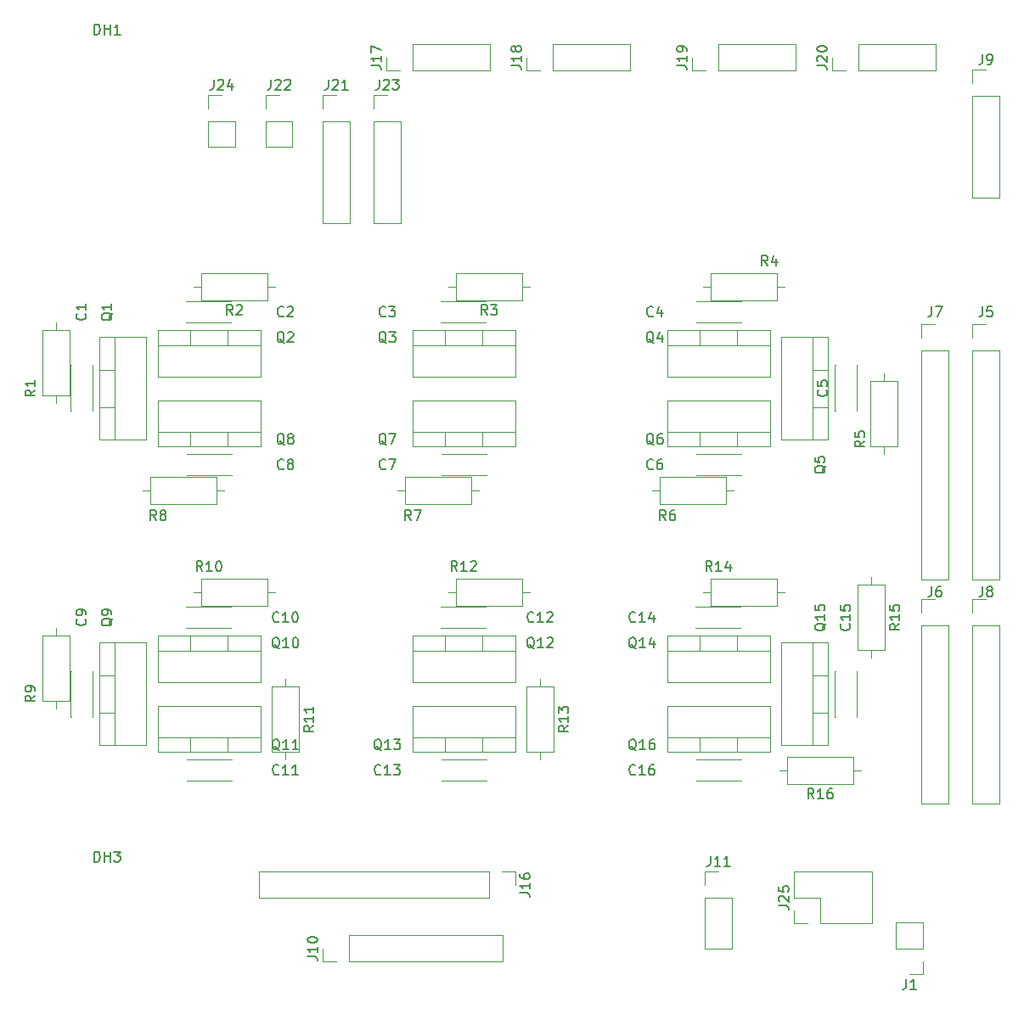
<source format=gbr>
%TF.GenerationSoftware,KiCad,Pcbnew,(5.1.6)-1*%
%TF.CreationDate,2020-09-23T12:19:09+02:00*%
%TF.ProjectId,ExtendedBoardCopy,45787465-6e64-4656-9442-6f617264436f,rev?*%
%TF.SameCoordinates,Original*%
%TF.FileFunction,Legend,Top*%
%TF.FilePolarity,Positive*%
%FSLAX46Y46*%
G04 Gerber Fmt 4.6, Leading zero omitted, Abs format (unit mm)*
G04 Created by KiCad (PCBNEW (5.1.6)-1) date 2020-09-23 12:19:09*
%MOMM*%
%LPD*%
G01*
G04 APERTURE LIST*
%ADD10C,0.120000*%
%ADD11C,0.150000*%
G04 APERTURE END LIST*
D10*
%TO.C,Q5*%
X170910000Y-93940000D02*
X170910000Y-104180000D01*
X166269000Y-93940000D02*
X166269000Y-104180000D01*
X170910000Y-93940000D02*
X166269000Y-93940000D01*
X170910000Y-104180000D02*
X166269000Y-104180000D01*
X169400000Y-93940000D02*
X169400000Y-104180000D01*
X170910000Y-97210000D02*
X169400000Y-97210000D01*
X170910000Y-100911000D02*
X169400000Y-100911000D01*
%TO.C,R4*%
X165830000Y-90270000D02*
X165830000Y-87530000D01*
X165830000Y-87530000D02*
X159290000Y-87530000D01*
X159290000Y-87530000D02*
X159290000Y-90270000D01*
X159290000Y-90270000D02*
X165830000Y-90270000D01*
X166600000Y-88900000D02*
X165830000Y-88900000D01*
X158520000Y-88900000D02*
X159290000Y-88900000D01*
%TO.C,R6*%
X154210000Y-107850000D02*
X154210000Y-110590000D01*
X154210000Y-110590000D02*
X160750000Y-110590000D01*
X160750000Y-110590000D02*
X160750000Y-107850000D01*
X160750000Y-107850000D02*
X154210000Y-107850000D01*
X153440000Y-109220000D02*
X154210000Y-109220000D01*
X161520000Y-109220000D02*
X160750000Y-109220000D01*
%TO.C,C1*%
X97575000Y-96750000D02*
X97590000Y-96750000D01*
X95450000Y-96750000D02*
X95465000Y-96750000D01*
X97575000Y-101290000D02*
X97590000Y-101290000D01*
X95450000Y-101290000D02*
X95465000Y-101290000D01*
X97590000Y-101290000D02*
X97590000Y-96750000D01*
X95450000Y-101290000D02*
X95450000Y-96750000D01*
%TO.C,C2*%
X106910000Y-90370000D02*
X111450000Y-90370000D01*
X106910000Y-92510000D02*
X111450000Y-92510000D01*
X106910000Y-90370000D02*
X106910000Y-90385000D01*
X106910000Y-92495000D02*
X106910000Y-92510000D01*
X111450000Y-90370000D02*
X111450000Y-90385000D01*
X111450000Y-92495000D02*
X111450000Y-92510000D01*
%TO.C,C3*%
X132310000Y-90370000D02*
X136850000Y-90370000D01*
X132310000Y-92510000D02*
X136850000Y-92510000D01*
X132310000Y-90370000D02*
X132310000Y-90385000D01*
X132310000Y-92495000D02*
X132310000Y-92510000D01*
X136850000Y-90370000D02*
X136850000Y-90385000D01*
X136850000Y-92495000D02*
X136850000Y-92510000D01*
%TO.C,C4*%
X162330000Y-92495000D02*
X162330000Y-92510000D01*
X162330000Y-90370000D02*
X162330000Y-90385000D01*
X157790000Y-92495000D02*
X157790000Y-92510000D01*
X157790000Y-90370000D02*
X157790000Y-90385000D01*
X157790000Y-92510000D02*
X162330000Y-92510000D01*
X157790000Y-90370000D02*
X162330000Y-90370000D01*
%TO.C,C5*%
X171665000Y-101290000D02*
X171650000Y-101290000D01*
X173790000Y-101290000D02*
X173775000Y-101290000D01*
X171665000Y-96750000D02*
X171650000Y-96750000D01*
X173790000Y-96750000D02*
X173775000Y-96750000D01*
X171650000Y-96750000D02*
X171650000Y-101290000D01*
X173790000Y-96750000D02*
X173790000Y-101290000D01*
%TO.C,C6*%
X157790000Y-105625000D02*
X157790000Y-105610000D01*
X157790000Y-107750000D02*
X157790000Y-107735000D01*
X162330000Y-105625000D02*
X162330000Y-105610000D01*
X162330000Y-107750000D02*
X162330000Y-107735000D01*
X162330000Y-105610000D02*
X157790000Y-105610000D01*
X162330000Y-107750000D02*
X157790000Y-107750000D01*
%TO.C,C7*%
X136930000Y-107750000D02*
X132390000Y-107750000D01*
X136930000Y-105610000D02*
X132390000Y-105610000D01*
X136930000Y-107750000D02*
X136930000Y-107735000D01*
X136930000Y-105625000D02*
X136930000Y-105610000D01*
X132390000Y-107750000D02*
X132390000Y-107735000D01*
X132390000Y-105625000D02*
X132390000Y-105610000D01*
%TO.C,C8*%
X111530000Y-107750000D02*
X106990000Y-107750000D01*
X111530000Y-105610000D02*
X106990000Y-105610000D01*
X111530000Y-107750000D02*
X111530000Y-107735000D01*
X111530000Y-105625000D02*
X111530000Y-105610000D01*
X106990000Y-107750000D02*
X106990000Y-107735000D01*
X106990000Y-105625000D02*
X106990000Y-105610000D01*
%TO.C,C9*%
X95450000Y-131850000D02*
X95450000Y-127310000D01*
X97590000Y-131850000D02*
X97590000Y-127310000D01*
X95450000Y-131850000D02*
X95465000Y-131850000D01*
X97575000Y-131850000D02*
X97590000Y-131850000D01*
X95450000Y-127310000D02*
X95465000Y-127310000D01*
X97575000Y-127310000D02*
X97590000Y-127310000D01*
%TO.C,C10*%
X111450000Y-122975000D02*
X111450000Y-122990000D01*
X111450000Y-120850000D02*
X111450000Y-120865000D01*
X106910000Y-122975000D02*
X106910000Y-122990000D01*
X106910000Y-120850000D02*
X106910000Y-120865000D01*
X106910000Y-122990000D02*
X111450000Y-122990000D01*
X106910000Y-120850000D02*
X111450000Y-120850000D01*
%TO.C,C11*%
X106990000Y-136105000D02*
X106990000Y-136090000D01*
X106990000Y-138230000D02*
X106990000Y-138215000D01*
X111530000Y-136105000D02*
X111530000Y-136090000D01*
X111530000Y-138230000D02*
X111530000Y-138215000D01*
X111530000Y-136090000D02*
X106990000Y-136090000D01*
X111530000Y-138230000D02*
X106990000Y-138230000D01*
%TO.C,C12*%
X132310000Y-120850000D02*
X136850000Y-120850000D01*
X132310000Y-122990000D02*
X136850000Y-122990000D01*
X132310000Y-120850000D02*
X132310000Y-120865000D01*
X132310000Y-122975000D02*
X132310000Y-122990000D01*
X136850000Y-120850000D02*
X136850000Y-120865000D01*
X136850000Y-122975000D02*
X136850000Y-122990000D01*
%TO.C,C13*%
X136930000Y-138230000D02*
X132390000Y-138230000D01*
X136930000Y-136090000D02*
X132390000Y-136090000D01*
X136930000Y-138230000D02*
X136930000Y-138215000D01*
X136930000Y-136105000D02*
X136930000Y-136090000D01*
X132390000Y-138230000D02*
X132390000Y-138215000D01*
X132390000Y-136105000D02*
X132390000Y-136090000D01*
%TO.C,C14*%
X157710000Y-120850000D02*
X162250000Y-120850000D01*
X157710000Y-122990000D02*
X162250000Y-122990000D01*
X157710000Y-120850000D02*
X157710000Y-120865000D01*
X157710000Y-122975000D02*
X157710000Y-122990000D01*
X162250000Y-120850000D02*
X162250000Y-120865000D01*
X162250000Y-122975000D02*
X162250000Y-122990000D01*
%TO.C,C15*%
X171665000Y-131850000D02*
X171650000Y-131850000D01*
X173790000Y-131850000D02*
X173775000Y-131850000D01*
X171665000Y-127310000D02*
X171650000Y-127310000D01*
X173790000Y-127310000D02*
X173775000Y-127310000D01*
X171650000Y-127310000D02*
X171650000Y-131850000D01*
X173790000Y-127310000D02*
X173790000Y-131850000D01*
%TO.C,C16*%
X157790000Y-136105000D02*
X157790000Y-136090000D01*
X157790000Y-138230000D02*
X157790000Y-138215000D01*
X162330000Y-136105000D02*
X162330000Y-136090000D01*
X162330000Y-138230000D02*
X162330000Y-138215000D01*
X162330000Y-136090000D02*
X157790000Y-136090000D01*
X162330000Y-138230000D02*
X157790000Y-138230000D01*
%TO.C,J5*%
X185360000Y-118170000D02*
X188020000Y-118170000D01*
X185360000Y-95250000D02*
X185360000Y-118170000D01*
X188020000Y-95250000D02*
X188020000Y-118170000D01*
X185360000Y-95250000D02*
X188020000Y-95250000D01*
X185360000Y-93980000D02*
X185360000Y-92650000D01*
X185360000Y-92650000D02*
X186690000Y-92650000D01*
%TO.C,J6*%
X180280000Y-140522000D02*
X182940000Y-140522000D01*
X180280000Y-122682000D02*
X180280000Y-140522000D01*
X182940000Y-122682000D02*
X182940000Y-140522000D01*
X180280000Y-122682000D02*
X182940000Y-122682000D01*
X180280000Y-121412000D02*
X180280000Y-120082000D01*
X180280000Y-120082000D02*
X181610000Y-120082000D01*
%TO.C,J7*%
X180280000Y-92650000D02*
X181610000Y-92650000D01*
X180280000Y-93980000D02*
X180280000Y-92650000D01*
X180280000Y-95250000D02*
X182940000Y-95250000D01*
X182940000Y-95250000D02*
X182940000Y-118170000D01*
X180280000Y-95250000D02*
X180280000Y-118170000D01*
X180280000Y-118170000D02*
X182940000Y-118170000D01*
%TO.C,J8*%
X185360000Y-120082000D02*
X186690000Y-120082000D01*
X185360000Y-121412000D02*
X185360000Y-120082000D01*
X185360000Y-122682000D02*
X188020000Y-122682000D01*
X188020000Y-122682000D02*
X188020000Y-140522000D01*
X185360000Y-122682000D02*
X185360000Y-140522000D01*
X185360000Y-140522000D02*
X188020000Y-140522000D01*
%TO.C,J9*%
X185360000Y-67250000D02*
X186690000Y-67250000D01*
X185360000Y-68580000D02*
X185360000Y-67250000D01*
X185360000Y-69850000D02*
X188020000Y-69850000D01*
X188020000Y-69850000D02*
X188020000Y-80070000D01*
X185360000Y-69850000D02*
X185360000Y-80070000D01*
X185360000Y-80070000D02*
X188020000Y-80070000D01*
%TO.C,J11*%
X158690000Y-147260000D02*
X160020000Y-147260000D01*
X158690000Y-148590000D02*
X158690000Y-147260000D01*
X158690000Y-149860000D02*
X161350000Y-149860000D01*
X161350000Y-149860000D02*
X161350000Y-155000000D01*
X158690000Y-149860000D02*
X158690000Y-155000000D01*
X158690000Y-155000000D02*
X161350000Y-155000000D01*
%TO.C,J17*%
X126940000Y-67370000D02*
X126940000Y-66040000D01*
X128270000Y-67370000D02*
X126940000Y-67370000D01*
X129540000Y-67370000D02*
X129540000Y-64710000D01*
X129540000Y-64710000D02*
X137220000Y-64710000D01*
X129540000Y-67370000D02*
X137220000Y-67370000D01*
X137220000Y-67370000D02*
X137220000Y-64710000D01*
%TO.C,J18*%
X151190000Y-67370000D02*
X151190000Y-64710000D01*
X143510000Y-67370000D02*
X151190000Y-67370000D01*
X143510000Y-64710000D02*
X151190000Y-64710000D01*
X143510000Y-67370000D02*
X143510000Y-64710000D01*
X142240000Y-67370000D02*
X140910000Y-67370000D01*
X140910000Y-67370000D02*
X140910000Y-66040000D01*
%TO.C,J19*%
X167700000Y-67370000D02*
X167700000Y-64710000D01*
X160020000Y-67370000D02*
X167700000Y-67370000D01*
X160020000Y-64710000D02*
X167700000Y-64710000D01*
X160020000Y-67370000D02*
X160020000Y-64710000D01*
X158750000Y-67370000D02*
X157420000Y-67370000D01*
X157420000Y-67370000D02*
X157420000Y-66040000D01*
%TO.C,J20*%
X171390000Y-67370000D02*
X171390000Y-66040000D01*
X172720000Y-67370000D02*
X171390000Y-67370000D01*
X173990000Y-67370000D02*
X173990000Y-64710000D01*
X173990000Y-64710000D02*
X181670000Y-64710000D01*
X173990000Y-67370000D02*
X181670000Y-67370000D01*
X181670000Y-67370000D02*
X181670000Y-64710000D01*
%TO.C,Q1*%
X98330000Y-97209000D02*
X99840000Y-97209000D01*
X98330000Y-100910000D02*
X99840000Y-100910000D01*
X99840000Y-104180000D02*
X99840000Y-93940000D01*
X98330000Y-93940000D02*
X102971000Y-93940000D01*
X98330000Y-104180000D02*
X102971000Y-104180000D01*
X102971000Y-104180000D02*
X102971000Y-93940000D01*
X98330000Y-104180000D02*
X98330000Y-93940000D01*
%TO.C,Q2*%
X111071000Y-93250000D02*
X111071000Y-94760000D01*
X107370000Y-93250000D02*
X107370000Y-94760000D01*
X104100000Y-94760000D02*
X114340000Y-94760000D01*
X114340000Y-93250000D02*
X114340000Y-97891000D01*
X104100000Y-93250000D02*
X104100000Y-97891000D01*
X104100000Y-97891000D02*
X114340000Y-97891000D01*
X104100000Y-93250000D02*
X114340000Y-93250000D01*
%TO.C,Q3*%
X129500000Y-93250000D02*
X139740000Y-93250000D01*
X129500000Y-97891000D02*
X139740000Y-97891000D01*
X129500000Y-93250000D02*
X129500000Y-97891000D01*
X139740000Y-93250000D02*
X139740000Y-97891000D01*
X129500000Y-94760000D02*
X139740000Y-94760000D01*
X132770000Y-93250000D02*
X132770000Y-94760000D01*
X136471000Y-93250000D02*
X136471000Y-94760000D01*
%TO.C,Q4*%
X154900000Y-93250000D02*
X165140000Y-93250000D01*
X154900000Y-97891000D02*
X165140000Y-97891000D01*
X154900000Y-93250000D02*
X154900000Y-97891000D01*
X165140000Y-93250000D02*
X165140000Y-97891000D01*
X154900000Y-94760000D02*
X165140000Y-94760000D01*
X158170000Y-93250000D02*
X158170000Y-94760000D01*
X161871000Y-93250000D02*
X161871000Y-94760000D01*
%TO.C,Q6*%
X158169000Y-104870000D02*
X158169000Y-103360000D01*
X161870000Y-104870000D02*
X161870000Y-103360000D01*
X165140000Y-103360000D02*
X154900000Y-103360000D01*
X154900000Y-104870000D02*
X154900000Y-100229000D01*
X165140000Y-104870000D02*
X165140000Y-100229000D01*
X165140000Y-100229000D02*
X154900000Y-100229000D01*
X165140000Y-104870000D02*
X154900000Y-104870000D01*
%TO.C,Q7*%
X132769000Y-104870000D02*
X132769000Y-103360000D01*
X136470000Y-104870000D02*
X136470000Y-103360000D01*
X139740000Y-103360000D02*
X129500000Y-103360000D01*
X129500000Y-104870000D02*
X129500000Y-100229000D01*
X139740000Y-104870000D02*
X139740000Y-100229000D01*
X139740000Y-100229000D02*
X129500000Y-100229000D01*
X139740000Y-104870000D02*
X129500000Y-104870000D01*
%TO.C,Q8*%
X114340000Y-104870000D02*
X104100000Y-104870000D01*
X114340000Y-100229000D02*
X104100000Y-100229000D01*
X114340000Y-104870000D02*
X114340000Y-100229000D01*
X104100000Y-104870000D02*
X104100000Y-100229000D01*
X114340000Y-103360000D02*
X104100000Y-103360000D01*
X111070000Y-104870000D02*
X111070000Y-103360000D01*
X107369000Y-104870000D02*
X107369000Y-103360000D01*
%TO.C,Q9*%
X98330000Y-134660000D02*
X98330000Y-124420000D01*
X102971000Y-134660000D02*
X102971000Y-124420000D01*
X98330000Y-134660000D02*
X102971000Y-134660000D01*
X98330000Y-124420000D02*
X102971000Y-124420000D01*
X99840000Y-134660000D02*
X99840000Y-124420000D01*
X98330000Y-131390000D02*
X99840000Y-131390000D01*
X98330000Y-127689000D02*
X99840000Y-127689000D01*
%TO.C,Q10*%
X104100000Y-123730000D02*
X114340000Y-123730000D01*
X104100000Y-128371000D02*
X114340000Y-128371000D01*
X104100000Y-123730000D02*
X104100000Y-128371000D01*
X114340000Y-123730000D02*
X114340000Y-128371000D01*
X104100000Y-125240000D02*
X114340000Y-125240000D01*
X107370000Y-123730000D02*
X107370000Y-125240000D01*
X111071000Y-123730000D02*
X111071000Y-125240000D01*
%TO.C,Q11*%
X107369000Y-135350000D02*
X107369000Y-133840000D01*
X111070000Y-135350000D02*
X111070000Y-133840000D01*
X114340000Y-133840000D02*
X104100000Y-133840000D01*
X104100000Y-135350000D02*
X104100000Y-130709000D01*
X114340000Y-135350000D02*
X114340000Y-130709000D01*
X114340000Y-130709000D02*
X104100000Y-130709000D01*
X114340000Y-135350000D02*
X104100000Y-135350000D01*
%TO.C,Q12*%
X129500000Y-123730000D02*
X139740000Y-123730000D01*
X129500000Y-128371000D02*
X139740000Y-128371000D01*
X129500000Y-123730000D02*
X129500000Y-128371000D01*
X139740000Y-123730000D02*
X139740000Y-128371000D01*
X129500000Y-125240000D02*
X139740000Y-125240000D01*
X132770000Y-123730000D02*
X132770000Y-125240000D01*
X136471000Y-123730000D02*
X136471000Y-125240000D01*
%TO.C,Q13*%
X132769000Y-135350000D02*
X132769000Y-133840000D01*
X136470000Y-135350000D02*
X136470000Y-133840000D01*
X139740000Y-133840000D02*
X129500000Y-133840000D01*
X129500000Y-135350000D02*
X129500000Y-130709000D01*
X139740000Y-135350000D02*
X139740000Y-130709000D01*
X139740000Y-130709000D02*
X129500000Y-130709000D01*
X139740000Y-135350000D02*
X129500000Y-135350000D01*
%TO.C,Q14*%
X161871000Y-123730000D02*
X161871000Y-125240000D01*
X158170000Y-123730000D02*
X158170000Y-125240000D01*
X154900000Y-125240000D02*
X165140000Y-125240000D01*
X165140000Y-123730000D02*
X165140000Y-128371000D01*
X154900000Y-123730000D02*
X154900000Y-128371000D01*
X154900000Y-128371000D02*
X165140000Y-128371000D01*
X154900000Y-123730000D02*
X165140000Y-123730000D01*
%TO.C,Q15*%
X170910000Y-131391000D02*
X169400000Y-131391000D01*
X170910000Y-127690000D02*
X169400000Y-127690000D01*
X169400000Y-124420000D02*
X169400000Y-134660000D01*
X170910000Y-134660000D02*
X166269000Y-134660000D01*
X170910000Y-124420000D02*
X166269000Y-124420000D01*
X166269000Y-124420000D02*
X166269000Y-134660000D01*
X170910000Y-124420000D02*
X170910000Y-134660000D01*
%TO.C,Q16*%
X165140000Y-135350000D02*
X154900000Y-135350000D01*
X165140000Y-130709000D02*
X154900000Y-130709000D01*
X165140000Y-135350000D02*
X165140000Y-130709000D01*
X154900000Y-135350000D02*
X154900000Y-130709000D01*
X165140000Y-133840000D02*
X154900000Y-133840000D01*
X161870000Y-135350000D02*
X161870000Y-133840000D01*
X158169000Y-135350000D02*
X158169000Y-133840000D01*
%TO.C,R1*%
X93980000Y-100560000D02*
X93980000Y-99790000D01*
X93980000Y-92480000D02*
X93980000Y-93250000D01*
X95350000Y-99790000D02*
X95350000Y-93250000D01*
X92610000Y-99790000D02*
X95350000Y-99790000D01*
X92610000Y-93250000D02*
X92610000Y-99790000D01*
X95350000Y-93250000D02*
X92610000Y-93250000D01*
%TO.C,R2*%
X115030000Y-90270000D02*
X115030000Y-87530000D01*
X115030000Y-87530000D02*
X108490000Y-87530000D01*
X108490000Y-87530000D02*
X108490000Y-90270000D01*
X108490000Y-90270000D02*
X115030000Y-90270000D01*
X115800000Y-88900000D02*
X115030000Y-88900000D01*
X107720000Y-88900000D02*
X108490000Y-88900000D01*
%TO.C,R3*%
X133120000Y-88900000D02*
X133890000Y-88900000D01*
X141200000Y-88900000D02*
X140430000Y-88900000D01*
X133890000Y-90270000D02*
X140430000Y-90270000D01*
X133890000Y-87530000D02*
X133890000Y-90270000D01*
X140430000Y-87530000D02*
X133890000Y-87530000D01*
X140430000Y-90270000D02*
X140430000Y-87530000D01*
%TO.C,R5*%
X176530000Y-97560000D02*
X176530000Y-98330000D01*
X176530000Y-105640000D02*
X176530000Y-104870000D01*
X175160000Y-98330000D02*
X175160000Y-104870000D01*
X177900000Y-98330000D02*
X175160000Y-98330000D01*
X177900000Y-104870000D02*
X177900000Y-98330000D01*
X175160000Y-104870000D02*
X177900000Y-104870000D01*
%TO.C,R7*%
X136120000Y-109220000D02*
X135350000Y-109220000D01*
X128040000Y-109220000D02*
X128810000Y-109220000D01*
X135350000Y-107850000D02*
X128810000Y-107850000D01*
X135350000Y-110590000D02*
X135350000Y-107850000D01*
X128810000Y-110590000D02*
X135350000Y-110590000D01*
X128810000Y-107850000D02*
X128810000Y-110590000D01*
%TO.C,R8*%
X103410000Y-107850000D02*
X103410000Y-110590000D01*
X103410000Y-110590000D02*
X109950000Y-110590000D01*
X109950000Y-110590000D02*
X109950000Y-107850000D01*
X109950000Y-107850000D02*
X103410000Y-107850000D01*
X102640000Y-109220000D02*
X103410000Y-109220000D01*
X110720000Y-109220000D02*
X109950000Y-109220000D01*
%TO.C,R9*%
X95350000Y-123730000D02*
X92610000Y-123730000D01*
X92610000Y-123730000D02*
X92610000Y-130270000D01*
X92610000Y-130270000D02*
X95350000Y-130270000D01*
X95350000Y-130270000D02*
X95350000Y-123730000D01*
X93980000Y-122960000D02*
X93980000Y-123730000D01*
X93980000Y-131040000D02*
X93980000Y-130270000D01*
%TO.C,R10*%
X115030000Y-120750000D02*
X115030000Y-118010000D01*
X115030000Y-118010000D02*
X108490000Y-118010000D01*
X108490000Y-118010000D02*
X108490000Y-120750000D01*
X108490000Y-120750000D02*
X115030000Y-120750000D01*
X115800000Y-119380000D02*
X115030000Y-119380000D01*
X107720000Y-119380000D02*
X108490000Y-119380000D01*
%TO.C,R11*%
X116840000Y-136120000D02*
X116840000Y-135350000D01*
X116840000Y-128040000D02*
X116840000Y-128810000D01*
X118210000Y-135350000D02*
X118210000Y-128810000D01*
X115470000Y-135350000D02*
X118210000Y-135350000D01*
X115470000Y-128810000D02*
X115470000Y-135350000D01*
X118210000Y-128810000D02*
X115470000Y-128810000D01*
%TO.C,R12*%
X140430000Y-120750000D02*
X140430000Y-118010000D01*
X140430000Y-118010000D02*
X133890000Y-118010000D01*
X133890000Y-118010000D02*
X133890000Y-120750000D01*
X133890000Y-120750000D02*
X140430000Y-120750000D01*
X141200000Y-119380000D02*
X140430000Y-119380000D01*
X133120000Y-119380000D02*
X133890000Y-119380000D01*
%TO.C,R13*%
X142240000Y-136120000D02*
X142240000Y-135350000D01*
X142240000Y-128040000D02*
X142240000Y-128810000D01*
X143610000Y-135350000D02*
X143610000Y-128810000D01*
X140870000Y-135350000D02*
X143610000Y-135350000D01*
X140870000Y-128810000D02*
X140870000Y-135350000D01*
X143610000Y-128810000D02*
X140870000Y-128810000D01*
%TO.C,R14*%
X158520000Y-119380000D02*
X159290000Y-119380000D01*
X166600000Y-119380000D02*
X165830000Y-119380000D01*
X159290000Y-120750000D02*
X165830000Y-120750000D01*
X159290000Y-118010000D02*
X159290000Y-120750000D01*
X165830000Y-118010000D02*
X159290000Y-118010000D01*
X165830000Y-120750000D02*
X165830000Y-118010000D01*
%TO.C,R15*%
X175260000Y-125960000D02*
X175260000Y-125190000D01*
X175260000Y-117880000D02*
X175260000Y-118650000D01*
X176630000Y-125190000D02*
X176630000Y-118650000D01*
X173890000Y-125190000D02*
X176630000Y-125190000D01*
X173890000Y-118650000D02*
X173890000Y-125190000D01*
X176630000Y-118650000D02*
X173890000Y-118650000D01*
%TO.C,R16*%
X173450000Y-138530000D02*
X173450000Y-135790000D01*
X173450000Y-135790000D02*
X166910000Y-135790000D01*
X166910000Y-135790000D02*
X166910000Y-138530000D01*
X166910000Y-138530000D02*
X173450000Y-138530000D01*
X174220000Y-137160000D02*
X173450000Y-137160000D01*
X166140000Y-137160000D02*
X166910000Y-137160000D01*
%TO.C,J21*%
X120590000Y-69790000D02*
X121920000Y-69790000D01*
X120590000Y-71120000D02*
X120590000Y-69790000D01*
X120590000Y-72390000D02*
X123250000Y-72390000D01*
X123250000Y-72390000D02*
X123250000Y-82610000D01*
X120590000Y-72390000D02*
X120590000Y-82610000D01*
X120590000Y-82610000D02*
X123250000Y-82610000D01*
%TO.C,J22*%
X114875000Y-74990000D02*
X117535000Y-74990000D01*
X114875000Y-72390000D02*
X114875000Y-74990000D01*
X117535000Y-72390000D02*
X117535000Y-74990000D01*
X114875000Y-72390000D02*
X117535000Y-72390000D01*
X114875000Y-71120000D02*
X114875000Y-69790000D01*
X114875000Y-69790000D02*
X116205000Y-69790000D01*
%TO.C,J23*%
X125670000Y-82610000D02*
X128330000Y-82610000D01*
X125670000Y-72390000D02*
X125670000Y-82610000D01*
X128330000Y-72390000D02*
X128330000Y-82610000D01*
X125670000Y-72390000D02*
X128330000Y-72390000D01*
X125670000Y-71120000D02*
X125670000Y-69790000D01*
X125670000Y-69790000D02*
X127000000Y-69790000D01*
%TO.C,J24*%
X109160000Y-69790000D02*
X110490000Y-69790000D01*
X109160000Y-71120000D02*
X109160000Y-69790000D01*
X109160000Y-72390000D02*
X111820000Y-72390000D01*
X111820000Y-72390000D02*
X111820000Y-74990000D01*
X109160000Y-72390000D02*
X109160000Y-74990000D01*
X109160000Y-74990000D02*
X111820000Y-74990000D01*
%TO.C,J10*%
X120590000Y-156270000D02*
X120590000Y-154940000D01*
X121920000Y-156270000D02*
X120590000Y-156270000D01*
X123190000Y-156270000D02*
X123190000Y-153610000D01*
X123190000Y-153610000D02*
X138490000Y-153610000D01*
X123190000Y-156270000D02*
X138490000Y-156270000D01*
X138490000Y-156270000D02*
X138490000Y-153610000D01*
%TO.C,J16*%
X139760000Y-147260000D02*
X139760000Y-148590000D01*
X138430000Y-147260000D02*
X139760000Y-147260000D01*
X137160000Y-147260000D02*
X137160000Y-149920000D01*
X137160000Y-149920000D02*
X114240000Y-149920000D01*
X137160000Y-147260000D02*
X114240000Y-147260000D01*
X114240000Y-147260000D02*
X114240000Y-149920000D01*
%TO.C,J25*%
X167580000Y-152460000D02*
X167580000Y-151130000D01*
X168910000Y-152460000D02*
X167580000Y-152460000D01*
X167580000Y-149860000D02*
X167580000Y-147260000D01*
X170180000Y-149860000D02*
X167580000Y-149860000D01*
X170180000Y-152460000D02*
X170180000Y-149860000D01*
X167580000Y-147260000D02*
X175320000Y-147260000D01*
X170180000Y-152460000D02*
X175320000Y-152460000D01*
X175320000Y-152460000D02*
X175320000Y-147260000D01*
%TO.C,J1*%
X180400000Y-157540000D02*
X179070000Y-157540000D01*
X180400000Y-156210000D02*
X180400000Y-157540000D01*
X180400000Y-154940000D02*
X177740000Y-154940000D01*
X177740000Y-154940000D02*
X177740000Y-152340000D01*
X180400000Y-154940000D02*
X180400000Y-152340000D01*
X180400000Y-152340000D02*
X177740000Y-152340000D01*
%TO.C,DH3*%
D11*
X97798095Y-146282380D02*
X97798095Y-145282380D01*
X98036190Y-145282380D01*
X98179047Y-145330000D01*
X98274285Y-145425238D01*
X98321904Y-145520476D01*
X98369523Y-145710952D01*
X98369523Y-145853809D01*
X98321904Y-146044285D01*
X98274285Y-146139523D01*
X98179047Y-146234761D01*
X98036190Y-146282380D01*
X97798095Y-146282380D01*
X98798095Y-146282380D02*
X98798095Y-145282380D01*
X98798095Y-145758571D02*
X99369523Y-145758571D01*
X99369523Y-146282380D02*
X99369523Y-145282380D01*
X99750476Y-145282380D02*
X100369523Y-145282380D01*
X100036190Y-145663333D01*
X100179047Y-145663333D01*
X100274285Y-145710952D01*
X100321904Y-145758571D01*
X100369523Y-145853809D01*
X100369523Y-146091904D01*
X100321904Y-146187142D01*
X100274285Y-146234761D01*
X100179047Y-146282380D01*
X99893333Y-146282380D01*
X99798095Y-146234761D01*
X99750476Y-146187142D01*
%TO.C,DH1*%
X97798095Y-63732380D02*
X97798095Y-62732380D01*
X98036190Y-62732380D01*
X98179047Y-62780000D01*
X98274285Y-62875238D01*
X98321904Y-62970476D01*
X98369523Y-63160952D01*
X98369523Y-63303809D01*
X98321904Y-63494285D01*
X98274285Y-63589523D01*
X98179047Y-63684761D01*
X98036190Y-63732380D01*
X97798095Y-63732380D01*
X98798095Y-63732380D02*
X98798095Y-62732380D01*
X98798095Y-63208571D02*
X99369523Y-63208571D01*
X99369523Y-63732380D02*
X99369523Y-62732380D01*
X100369523Y-63732380D02*
X99798095Y-63732380D01*
X100083809Y-63732380D02*
X100083809Y-62732380D01*
X99988571Y-62875238D01*
X99893333Y-62970476D01*
X99798095Y-63018095D01*
%TO.C,Q5*%
X170727619Y-106775238D02*
X170680000Y-106870476D01*
X170584761Y-106965714D01*
X170441904Y-107108571D01*
X170394285Y-107203809D01*
X170394285Y-107299047D01*
X170632380Y-107251428D02*
X170584761Y-107346666D01*
X170489523Y-107441904D01*
X170299047Y-107489523D01*
X169965714Y-107489523D01*
X169775238Y-107441904D01*
X169680000Y-107346666D01*
X169632380Y-107251428D01*
X169632380Y-107060952D01*
X169680000Y-106965714D01*
X169775238Y-106870476D01*
X169965714Y-106822857D01*
X170299047Y-106822857D01*
X170489523Y-106870476D01*
X170584761Y-106965714D01*
X170632380Y-107060952D01*
X170632380Y-107251428D01*
X169632380Y-105918095D02*
X169632380Y-106394285D01*
X170108571Y-106441904D01*
X170060952Y-106394285D01*
X170013333Y-106299047D01*
X170013333Y-106060952D01*
X170060952Y-105965714D01*
X170108571Y-105918095D01*
X170203809Y-105870476D01*
X170441904Y-105870476D01*
X170537142Y-105918095D01*
X170584761Y-105965714D01*
X170632380Y-106060952D01*
X170632380Y-106299047D01*
X170584761Y-106394285D01*
X170537142Y-106441904D01*
%TO.C,R4*%
X164933333Y-86812380D02*
X164600000Y-86336190D01*
X164361904Y-86812380D02*
X164361904Y-85812380D01*
X164742857Y-85812380D01*
X164838095Y-85860000D01*
X164885714Y-85907619D01*
X164933333Y-86002857D01*
X164933333Y-86145714D01*
X164885714Y-86240952D01*
X164838095Y-86288571D01*
X164742857Y-86336190D01*
X164361904Y-86336190D01*
X165790476Y-86145714D02*
X165790476Y-86812380D01*
X165552380Y-85764761D02*
X165314285Y-86479047D01*
X165933333Y-86479047D01*
%TO.C,R6*%
X154773333Y-112212380D02*
X154440000Y-111736190D01*
X154201904Y-112212380D02*
X154201904Y-111212380D01*
X154582857Y-111212380D01*
X154678095Y-111260000D01*
X154725714Y-111307619D01*
X154773333Y-111402857D01*
X154773333Y-111545714D01*
X154725714Y-111640952D01*
X154678095Y-111688571D01*
X154582857Y-111736190D01*
X154201904Y-111736190D01*
X155630476Y-111212380D02*
X155440000Y-111212380D01*
X155344761Y-111260000D01*
X155297142Y-111307619D01*
X155201904Y-111450476D01*
X155154285Y-111640952D01*
X155154285Y-112021904D01*
X155201904Y-112117142D01*
X155249523Y-112164761D01*
X155344761Y-112212380D01*
X155535238Y-112212380D01*
X155630476Y-112164761D01*
X155678095Y-112117142D01*
X155725714Y-112021904D01*
X155725714Y-111783809D01*
X155678095Y-111688571D01*
X155630476Y-111640952D01*
X155535238Y-111593333D01*
X155344761Y-111593333D01*
X155249523Y-111640952D01*
X155201904Y-111688571D01*
X155154285Y-111783809D01*
%TO.C,C1*%
X96877142Y-91606666D02*
X96924761Y-91654285D01*
X96972380Y-91797142D01*
X96972380Y-91892380D01*
X96924761Y-92035238D01*
X96829523Y-92130476D01*
X96734285Y-92178095D01*
X96543809Y-92225714D01*
X96400952Y-92225714D01*
X96210476Y-92178095D01*
X96115238Y-92130476D01*
X96020000Y-92035238D01*
X95972380Y-91892380D01*
X95972380Y-91797142D01*
X96020000Y-91654285D01*
X96067619Y-91606666D01*
X96972380Y-90654285D02*
X96972380Y-91225714D01*
X96972380Y-90940000D02*
X95972380Y-90940000D01*
X96115238Y-91035238D01*
X96210476Y-91130476D01*
X96258095Y-91225714D01*
%TO.C,C2*%
X116673333Y-91797142D02*
X116625714Y-91844761D01*
X116482857Y-91892380D01*
X116387619Y-91892380D01*
X116244761Y-91844761D01*
X116149523Y-91749523D01*
X116101904Y-91654285D01*
X116054285Y-91463809D01*
X116054285Y-91320952D01*
X116101904Y-91130476D01*
X116149523Y-91035238D01*
X116244761Y-90940000D01*
X116387619Y-90892380D01*
X116482857Y-90892380D01*
X116625714Y-90940000D01*
X116673333Y-90987619D01*
X117054285Y-90987619D02*
X117101904Y-90940000D01*
X117197142Y-90892380D01*
X117435238Y-90892380D01*
X117530476Y-90940000D01*
X117578095Y-90987619D01*
X117625714Y-91082857D01*
X117625714Y-91178095D01*
X117578095Y-91320952D01*
X117006666Y-91892380D01*
X117625714Y-91892380D01*
%TO.C,C3*%
X126833333Y-91797142D02*
X126785714Y-91844761D01*
X126642857Y-91892380D01*
X126547619Y-91892380D01*
X126404761Y-91844761D01*
X126309523Y-91749523D01*
X126261904Y-91654285D01*
X126214285Y-91463809D01*
X126214285Y-91320952D01*
X126261904Y-91130476D01*
X126309523Y-91035238D01*
X126404761Y-90940000D01*
X126547619Y-90892380D01*
X126642857Y-90892380D01*
X126785714Y-90940000D01*
X126833333Y-90987619D01*
X127166666Y-90892380D02*
X127785714Y-90892380D01*
X127452380Y-91273333D01*
X127595238Y-91273333D01*
X127690476Y-91320952D01*
X127738095Y-91368571D01*
X127785714Y-91463809D01*
X127785714Y-91701904D01*
X127738095Y-91797142D01*
X127690476Y-91844761D01*
X127595238Y-91892380D01*
X127309523Y-91892380D01*
X127214285Y-91844761D01*
X127166666Y-91797142D01*
%TO.C,C4*%
X153503333Y-91797142D02*
X153455714Y-91844761D01*
X153312857Y-91892380D01*
X153217619Y-91892380D01*
X153074761Y-91844761D01*
X152979523Y-91749523D01*
X152931904Y-91654285D01*
X152884285Y-91463809D01*
X152884285Y-91320952D01*
X152931904Y-91130476D01*
X152979523Y-91035238D01*
X153074761Y-90940000D01*
X153217619Y-90892380D01*
X153312857Y-90892380D01*
X153455714Y-90940000D01*
X153503333Y-90987619D01*
X154360476Y-91225714D02*
X154360476Y-91892380D01*
X154122380Y-90844761D02*
X153884285Y-91559047D01*
X154503333Y-91559047D01*
%TO.C,C5*%
X170791142Y-99226666D02*
X170838761Y-99274285D01*
X170886380Y-99417142D01*
X170886380Y-99512380D01*
X170838761Y-99655238D01*
X170743523Y-99750476D01*
X170648285Y-99798095D01*
X170457809Y-99845714D01*
X170314952Y-99845714D01*
X170124476Y-99798095D01*
X170029238Y-99750476D01*
X169934000Y-99655238D01*
X169886380Y-99512380D01*
X169886380Y-99417142D01*
X169934000Y-99274285D01*
X169981619Y-99226666D01*
X169886380Y-98321904D02*
X169886380Y-98798095D01*
X170362571Y-98845714D01*
X170314952Y-98798095D01*
X170267333Y-98702857D01*
X170267333Y-98464761D01*
X170314952Y-98369523D01*
X170362571Y-98321904D01*
X170457809Y-98274285D01*
X170695904Y-98274285D01*
X170791142Y-98321904D01*
X170838761Y-98369523D01*
X170886380Y-98464761D01*
X170886380Y-98702857D01*
X170838761Y-98798095D01*
X170791142Y-98845714D01*
%TO.C,C6*%
X153503333Y-107037142D02*
X153455714Y-107084761D01*
X153312857Y-107132380D01*
X153217619Y-107132380D01*
X153074761Y-107084761D01*
X152979523Y-106989523D01*
X152931904Y-106894285D01*
X152884285Y-106703809D01*
X152884285Y-106560952D01*
X152931904Y-106370476D01*
X152979523Y-106275238D01*
X153074761Y-106180000D01*
X153217619Y-106132380D01*
X153312857Y-106132380D01*
X153455714Y-106180000D01*
X153503333Y-106227619D01*
X154360476Y-106132380D02*
X154170000Y-106132380D01*
X154074761Y-106180000D01*
X154027142Y-106227619D01*
X153931904Y-106370476D01*
X153884285Y-106560952D01*
X153884285Y-106941904D01*
X153931904Y-107037142D01*
X153979523Y-107084761D01*
X154074761Y-107132380D01*
X154265238Y-107132380D01*
X154360476Y-107084761D01*
X154408095Y-107037142D01*
X154455714Y-106941904D01*
X154455714Y-106703809D01*
X154408095Y-106608571D01*
X154360476Y-106560952D01*
X154265238Y-106513333D01*
X154074761Y-106513333D01*
X153979523Y-106560952D01*
X153931904Y-106608571D01*
X153884285Y-106703809D01*
%TO.C,C7*%
X126833333Y-107037142D02*
X126785714Y-107084761D01*
X126642857Y-107132380D01*
X126547619Y-107132380D01*
X126404761Y-107084761D01*
X126309523Y-106989523D01*
X126261904Y-106894285D01*
X126214285Y-106703809D01*
X126214285Y-106560952D01*
X126261904Y-106370476D01*
X126309523Y-106275238D01*
X126404761Y-106180000D01*
X126547619Y-106132380D01*
X126642857Y-106132380D01*
X126785714Y-106180000D01*
X126833333Y-106227619D01*
X127166666Y-106132380D02*
X127833333Y-106132380D01*
X127404761Y-107132380D01*
%TO.C,C8*%
X116673333Y-107037142D02*
X116625714Y-107084761D01*
X116482857Y-107132380D01*
X116387619Y-107132380D01*
X116244761Y-107084761D01*
X116149523Y-106989523D01*
X116101904Y-106894285D01*
X116054285Y-106703809D01*
X116054285Y-106560952D01*
X116101904Y-106370476D01*
X116149523Y-106275238D01*
X116244761Y-106180000D01*
X116387619Y-106132380D01*
X116482857Y-106132380D01*
X116625714Y-106180000D01*
X116673333Y-106227619D01*
X117244761Y-106560952D02*
X117149523Y-106513333D01*
X117101904Y-106465714D01*
X117054285Y-106370476D01*
X117054285Y-106322857D01*
X117101904Y-106227619D01*
X117149523Y-106180000D01*
X117244761Y-106132380D01*
X117435238Y-106132380D01*
X117530476Y-106180000D01*
X117578095Y-106227619D01*
X117625714Y-106322857D01*
X117625714Y-106370476D01*
X117578095Y-106465714D01*
X117530476Y-106513333D01*
X117435238Y-106560952D01*
X117244761Y-106560952D01*
X117149523Y-106608571D01*
X117101904Y-106656190D01*
X117054285Y-106751428D01*
X117054285Y-106941904D01*
X117101904Y-107037142D01*
X117149523Y-107084761D01*
X117244761Y-107132380D01*
X117435238Y-107132380D01*
X117530476Y-107084761D01*
X117578095Y-107037142D01*
X117625714Y-106941904D01*
X117625714Y-106751428D01*
X117578095Y-106656190D01*
X117530476Y-106608571D01*
X117435238Y-106560952D01*
%TO.C,C9*%
X96877142Y-122086666D02*
X96924761Y-122134285D01*
X96972380Y-122277142D01*
X96972380Y-122372380D01*
X96924761Y-122515238D01*
X96829523Y-122610476D01*
X96734285Y-122658095D01*
X96543809Y-122705714D01*
X96400952Y-122705714D01*
X96210476Y-122658095D01*
X96115238Y-122610476D01*
X96020000Y-122515238D01*
X95972380Y-122372380D01*
X95972380Y-122277142D01*
X96020000Y-122134285D01*
X96067619Y-122086666D01*
X96972380Y-121610476D02*
X96972380Y-121420000D01*
X96924761Y-121324761D01*
X96877142Y-121277142D01*
X96734285Y-121181904D01*
X96543809Y-121134285D01*
X96162857Y-121134285D01*
X96067619Y-121181904D01*
X96020000Y-121229523D01*
X95972380Y-121324761D01*
X95972380Y-121515238D01*
X96020000Y-121610476D01*
X96067619Y-121658095D01*
X96162857Y-121705714D01*
X96400952Y-121705714D01*
X96496190Y-121658095D01*
X96543809Y-121610476D01*
X96591428Y-121515238D01*
X96591428Y-121324761D01*
X96543809Y-121229523D01*
X96496190Y-121181904D01*
X96400952Y-121134285D01*
%TO.C,C10*%
X116197142Y-122277142D02*
X116149523Y-122324761D01*
X116006666Y-122372380D01*
X115911428Y-122372380D01*
X115768571Y-122324761D01*
X115673333Y-122229523D01*
X115625714Y-122134285D01*
X115578095Y-121943809D01*
X115578095Y-121800952D01*
X115625714Y-121610476D01*
X115673333Y-121515238D01*
X115768571Y-121420000D01*
X115911428Y-121372380D01*
X116006666Y-121372380D01*
X116149523Y-121420000D01*
X116197142Y-121467619D01*
X117149523Y-122372380D02*
X116578095Y-122372380D01*
X116863809Y-122372380D02*
X116863809Y-121372380D01*
X116768571Y-121515238D01*
X116673333Y-121610476D01*
X116578095Y-121658095D01*
X117768571Y-121372380D02*
X117863809Y-121372380D01*
X117959047Y-121420000D01*
X118006666Y-121467619D01*
X118054285Y-121562857D01*
X118101904Y-121753333D01*
X118101904Y-121991428D01*
X118054285Y-122181904D01*
X118006666Y-122277142D01*
X117959047Y-122324761D01*
X117863809Y-122372380D01*
X117768571Y-122372380D01*
X117673333Y-122324761D01*
X117625714Y-122277142D01*
X117578095Y-122181904D01*
X117530476Y-121991428D01*
X117530476Y-121753333D01*
X117578095Y-121562857D01*
X117625714Y-121467619D01*
X117673333Y-121420000D01*
X117768571Y-121372380D01*
%TO.C,C11*%
X116197142Y-137517142D02*
X116149523Y-137564761D01*
X116006666Y-137612380D01*
X115911428Y-137612380D01*
X115768571Y-137564761D01*
X115673333Y-137469523D01*
X115625714Y-137374285D01*
X115578095Y-137183809D01*
X115578095Y-137040952D01*
X115625714Y-136850476D01*
X115673333Y-136755238D01*
X115768571Y-136660000D01*
X115911428Y-136612380D01*
X116006666Y-136612380D01*
X116149523Y-136660000D01*
X116197142Y-136707619D01*
X117149523Y-137612380D02*
X116578095Y-137612380D01*
X116863809Y-137612380D02*
X116863809Y-136612380D01*
X116768571Y-136755238D01*
X116673333Y-136850476D01*
X116578095Y-136898095D01*
X118101904Y-137612380D02*
X117530476Y-137612380D01*
X117816190Y-137612380D02*
X117816190Y-136612380D01*
X117720952Y-136755238D01*
X117625714Y-136850476D01*
X117530476Y-136898095D01*
%TO.C,C12*%
X141597142Y-122277142D02*
X141549523Y-122324761D01*
X141406666Y-122372380D01*
X141311428Y-122372380D01*
X141168571Y-122324761D01*
X141073333Y-122229523D01*
X141025714Y-122134285D01*
X140978095Y-121943809D01*
X140978095Y-121800952D01*
X141025714Y-121610476D01*
X141073333Y-121515238D01*
X141168571Y-121420000D01*
X141311428Y-121372380D01*
X141406666Y-121372380D01*
X141549523Y-121420000D01*
X141597142Y-121467619D01*
X142549523Y-122372380D02*
X141978095Y-122372380D01*
X142263809Y-122372380D02*
X142263809Y-121372380D01*
X142168571Y-121515238D01*
X142073333Y-121610476D01*
X141978095Y-121658095D01*
X142930476Y-121467619D02*
X142978095Y-121420000D01*
X143073333Y-121372380D01*
X143311428Y-121372380D01*
X143406666Y-121420000D01*
X143454285Y-121467619D01*
X143501904Y-121562857D01*
X143501904Y-121658095D01*
X143454285Y-121800952D01*
X142882857Y-122372380D01*
X143501904Y-122372380D01*
%TO.C,C13*%
X126357142Y-137517142D02*
X126309523Y-137564761D01*
X126166666Y-137612380D01*
X126071428Y-137612380D01*
X125928571Y-137564761D01*
X125833333Y-137469523D01*
X125785714Y-137374285D01*
X125738095Y-137183809D01*
X125738095Y-137040952D01*
X125785714Y-136850476D01*
X125833333Y-136755238D01*
X125928571Y-136660000D01*
X126071428Y-136612380D01*
X126166666Y-136612380D01*
X126309523Y-136660000D01*
X126357142Y-136707619D01*
X127309523Y-137612380D02*
X126738095Y-137612380D01*
X127023809Y-137612380D02*
X127023809Y-136612380D01*
X126928571Y-136755238D01*
X126833333Y-136850476D01*
X126738095Y-136898095D01*
X127642857Y-136612380D02*
X128261904Y-136612380D01*
X127928571Y-136993333D01*
X128071428Y-136993333D01*
X128166666Y-137040952D01*
X128214285Y-137088571D01*
X128261904Y-137183809D01*
X128261904Y-137421904D01*
X128214285Y-137517142D01*
X128166666Y-137564761D01*
X128071428Y-137612380D01*
X127785714Y-137612380D01*
X127690476Y-137564761D01*
X127642857Y-137517142D01*
%TO.C,C14*%
X151757142Y-122277142D02*
X151709523Y-122324761D01*
X151566666Y-122372380D01*
X151471428Y-122372380D01*
X151328571Y-122324761D01*
X151233333Y-122229523D01*
X151185714Y-122134285D01*
X151138095Y-121943809D01*
X151138095Y-121800952D01*
X151185714Y-121610476D01*
X151233333Y-121515238D01*
X151328571Y-121420000D01*
X151471428Y-121372380D01*
X151566666Y-121372380D01*
X151709523Y-121420000D01*
X151757142Y-121467619D01*
X152709523Y-122372380D02*
X152138095Y-122372380D01*
X152423809Y-122372380D02*
X152423809Y-121372380D01*
X152328571Y-121515238D01*
X152233333Y-121610476D01*
X152138095Y-121658095D01*
X153566666Y-121705714D02*
X153566666Y-122372380D01*
X153328571Y-121324761D02*
X153090476Y-122039047D01*
X153709523Y-122039047D01*
%TO.C,C15*%
X173077142Y-122562857D02*
X173124761Y-122610476D01*
X173172380Y-122753333D01*
X173172380Y-122848571D01*
X173124761Y-122991428D01*
X173029523Y-123086666D01*
X172934285Y-123134285D01*
X172743809Y-123181904D01*
X172600952Y-123181904D01*
X172410476Y-123134285D01*
X172315238Y-123086666D01*
X172220000Y-122991428D01*
X172172380Y-122848571D01*
X172172380Y-122753333D01*
X172220000Y-122610476D01*
X172267619Y-122562857D01*
X173172380Y-121610476D02*
X173172380Y-122181904D01*
X173172380Y-121896190D02*
X172172380Y-121896190D01*
X172315238Y-121991428D01*
X172410476Y-122086666D01*
X172458095Y-122181904D01*
X172172380Y-120705714D02*
X172172380Y-121181904D01*
X172648571Y-121229523D01*
X172600952Y-121181904D01*
X172553333Y-121086666D01*
X172553333Y-120848571D01*
X172600952Y-120753333D01*
X172648571Y-120705714D01*
X172743809Y-120658095D01*
X172981904Y-120658095D01*
X173077142Y-120705714D01*
X173124761Y-120753333D01*
X173172380Y-120848571D01*
X173172380Y-121086666D01*
X173124761Y-121181904D01*
X173077142Y-121229523D01*
%TO.C,C16*%
X151757142Y-137517142D02*
X151709523Y-137564761D01*
X151566666Y-137612380D01*
X151471428Y-137612380D01*
X151328571Y-137564761D01*
X151233333Y-137469523D01*
X151185714Y-137374285D01*
X151138095Y-137183809D01*
X151138095Y-137040952D01*
X151185714Y-136850476D01*
X151233333Y-136755238D01*
X151328571Y-136660000D01*
X151471428Y-136612380D01*
X151566666Y-136612380D01*
X151709523Y-136660000D01*
X151757142Y-136707619D01*
X152709523Y-137612380D02*
X152138095Y-137612380D01*
X152423809Y-137612380D02*
X152423809Y-136612380D01*
X152328571Y-136755238D01*
X152233333Y-136850476D01*
X152138095Y-136898095D01*
X153566666Y-136612380D02*
X153376190Y-136612380D01*
X153280952Y-136660000D01*
X153233333Y-136707619D01*
X153138095Y-136850476D01*
X153090476Y-137040952D01*
X153090476Y-137421904D01*
X153138095Y-137517142D01*
X153185714Y-137564761D01*
X153280952Y-137612380D01*
X153471428Y-137612380D01*
X153566666Y-137564761D01*
X153614285Y-137517142D01*
X153661904Y-137421904D01*
X153661904Y-137183809D01*
X153614285Y-137088571D01*
X153566666Y-137040952D01*
X153471428Y-136993333D01*
X153280952Y-136993333D01*
X153185714Y-137040952D01*
X153138095Y-137088571D01*
X153090476Y-137183809D01*
%TO.C,J5*%
X186356666Y-90892380D02*
X186356666Y-91606666D01*
X186309047Y-91749523D01*
X186213809Y-91844761D01*
X186070952Y-91892380D01*
X185975714Y-91892380D01*
X187309047Y-90892380D02*
X186832857Y-90892380D01*
X186785238Y-91368571D01*
X186832857Y-91320952D01*
X186928095Y-91273333D01*
X187166190Y-91273333D01*
X187261428Y-91320952D01*
X187309047Y-91368571D01*
X187356666Y-91463809D01*
X187356666Y-91701904D01*
X187309047Y-91797142D01*
X187261428Y-91844761D01*
X187166190Y-91892380D01*
X186928095Y-91892380D01*
X186832857Y-91844761D01*
X186785238Y-91797142D01*
%TO.C,J6*%
X181276666Y-118832380D02*
X181276666Y-119546666D01*
X181229047Y-119689523D01*
X181133809Y-119784761D01*
X180990952Y-119832380D01*
X180895714Y-119832380D01*
X182181428Y-118832380D02*
X181990952Y-118832380D01*
X181895714Y-118880000D01*
X181848095Y-118927619D01*
X181752857Y-119070476D01*
X181705238Y-119260952D01*
X181705238Y-119641904D01*
X181752857Y-119737142D01*
X181800476Y-119784761D01*
X181895714Y-119832380D01*
X182086190Y-119832380D01*
X182181428Y-119784761D01*
X182229047Y-119737142D01*
X182276666Y-119641904D01*
X182276666Y-119403809D01*
X182229047Y-119308571D01*
X182181428Y-119260952D01*
X182086190Y-119213333D01*
X181895714Y-119213333D01*
X181800476Y-119260952D01*
X181752857Y-119308571D01*
X181705238Y-119403809D01*
%TO.C,J7*%
X181276666Y-90892380D02*
X181276666Y-91606666D01*
X181229047Y-91749523D01*
X181133809Y-91844761D01*
X180990952Y-91892380D01*
X180895714Y-91892380D01*
X181657619Y-90892380D02*
X182324285Y-90892380D01*
X181895714Y-91892380D01*
%TO.C,J8*%
X186356666Y-118832380D02*
X186356666Y-119546666D01*
X186309047Y-119689523D01*
X186213809Y-119784761D01*
X186070952Y-119832380D01*
X185975714Y-119832380D01*
X186975714Y-119260952D02*
X186880476Y-119213333D01*
X186832857Y-119165714D01*
X186785238Y-119070476D01*
X186785238Y-119022857D01*
X186832857Y-118927619D01*
X186880476Y-118880000D01*
X186975714Y-118832380D01*
X187166190Y-118832380D01*
X187261428Y-118880000D01*
X187309047Y-118927619D01*
X187356666Y-119022857D01*
X187356666Y-119070476D01*
X187309047Y-119165714D01*
X187261428Y-119213333D01*
X187166190Y-119260952D01*
X186975714Y-119260952D01*
X186880476Y-119308571D01*
X186832857Y-119356190D01*
X186785238Y-119451428D01*
X186785238Y-119641904D01*
X186832857Y-119737142D01*
X186880476Y-119784761D01*
X186975714Y-119832380D01*
X187166190Y-119832380D01*
X187261428Y-119784761D01*
X187309047Y-119737142D01*
X187356666Y-119641904D01*
X187356666Y-119451428D01*
X187309047Y-119356190D01*
X187261428Y-119308571D01*
X187166190Y-119260952D01*
%TO.C,J9*%
X186356666Y-65702380D02*
X186356666Y-66416666D01*
X186309047Y-66559523D01*
X186213809Y-66654761D01*
X186070952Y-66702380D01*
X185975714Y-66702380D01*
X186880476Y-66702380D02*
X187070952Y-66702380D01*
X187166190Y-66654761D01*
X187213809Y-66607142D01*
X187309047Y-66464285D01*
X187356666Y-66273809D01*
X187356666Y-65892857D01*
X187309047Y-65797619D01*
X187261428Y-65750000D01*
X187166190Y-65702380D01*
X186975714Y-65702380D01*
X186880476Y-65750000D01*
X186832857Y-65797619D01*
X186785238Y-65892857D01*
X186785238Y-66130952D01*
X186832857Y-66226190D01*
X186880476Y-66273809D01*
X186975714Y-66321428D01*
X187166190Y-66321428D01*
X187261428Y-66273809D01*
X187309047Y-66226190D01*
X187356666Y-66130952D01*
%TO.C,J11*%
X159210476Y-145712380D02*
X159210476Y-146426666D01*
X159162857Y-146569523D01*
X159067619Y-146664761D01*
X158924761Y-146712380D01*
X158829523Y-146712380D01*
X160210476Y-146712380D02*
X159639047Y-146712380D01*
X159924761Y-146712380D02*
X159924761Y-145712380D01*
X159829523Y-145855238D01*
X159734285Y-145950476D01*
X159639047Y-145998095D01*
X161162857Y-146712380D02*
X160591428Y-146712380D01*
X160877142Y-146712380D02*
X160877142Y-145712380D01*
X160781904Y-145855238D01*
X160686666Y-145950476D01*
X160591428Y-145998095D01*
%TO.C,J17*%
X125392380Y-66849523D02*
X126106666Y-66849523D01*
X126249523Y-66897142D01*
X126344761Y-66992380D01*
X126392380Y-67135238D01*
X126392380Y-67230476D01*
X126392380Y-65849523D02*
X126392380Y-66420952D01*
X126392380Y-66135238D02*
X125392380Y-66135238D01*
X125535238Y-66230476D01*
X125630476Y-66325714D01*
X125678095Y-66420952D01*
X125392380Y-65516190D02*
X125392380Y-64849523D01*
X126392380Y-65278095D01*
%TO.C,J18*%
X139362380Y-66849523D02*
X140076666Y-66849523D01*
X140219523Y-66897142D01*
X140314761Y-66992380D01*
X140362380Y-67135238D01*
X140362380Y-67230476D01*
X140362380Y-65849523D02*
X140362380Y-66420952D01*
X140362380Y-66135238D02*
X139362380Y-66135238D01*
X139505238Y-66230476D01*
X139600476Y-66325714D01*
X139648095Y-66420952D01*
X139790952Y-65278095D02*
X139743333Y-65373333D01*
X139695714Y-65420952D01*
X139600476Y-65468571D01*
X139552857Y-65468571D01*
X139457619Y-65420952D01*
X139410000Y-65373333D01*
X139362380Y-65278095D01*
X139362380Y-65087619D01*
X139410000Y-64992380D01*
X139457619Y-64944761D01*
X139552857Y-64897142D01*
X139600476Y-64897142D01*
X139695714Y-64944761D01*
X139743333Y-64992380D01*
X139790952Y-65087619D01*
X139790952Y-65278095D01*
X139838571Y-65373333D01*
X139886190Y-65420952D01*
X139981428Y-65468571D01*
X140171904Y-65468571D01*
X140267142Y-65420952D01*
X140314761Y-65373333D01*
X140362380Y-65278095D01*
X140362380Y-65087619D01*
X140314761Y-64992380D01*
X140267142Y-64944761D01*
X140171904Y-64897142D01*
X139981428Y-64897142D01*
X139886190Y-64944761D01*
X139838571Y-64992380D01*
X139790952Y-65087619D01*
%TO.C,J19*%
X155872380Y-66849523D02*
X156586666Y-66849523D01*
X156729523Y-66897142D01*
X156824761Y-66992380D01*
X156872380Y-67135238D01*
X156872380Y-67230476D01*
X156872380Y-65849523D02*
X156872380Y-66420952D01*
X156872380Y-66135238D02*
X155872380Y-66135238D01*
X156015238Y-66230476D01*
X156110476Y-66325714D01*
X156158095Y-66420952D01*
X156872380Y-65373333D02*
X156872380Y-65182857D01*
X156824761Y-65087619D01*
X156777142Y-65040000D01*
X156634285Y-64944761D01*
X156443809Y-64897142D01*
X156062857Y-64897142D01*
X155967619Y-64944761D01*
X155920000Y-64992380D01*
X155872380Y-65087619D01*
X155872380Y-65278095D01*
X155920000Y-65373333D01*
X155967619Y-65420952D01*
X156062857Y-65468571D01*
X156300952Y-65468571D01*
X156396190Y-65420952D01*
X156443809Y-65373333D01*
X156491428Y-65278095D01*
X156491428Y-65087619D01*
X156443809Y-64992380D01*
X156396190Y-64944761D01*
X156300952Y-64897142D01*
%TO.C,J20*%
X169842380Y-66849523D02*
X170556666Y-66849523D01*
X170699523Y-66897142D01*
X170794761Y-66992380D01*
X170842380Y-67135238D01*
X170842380Y-67230476D01*
X169937619Y-66420952D02*
X169890000Y-66373333D01*
X169842380Y-66278095D01*
X169842380Y-66040000D01*
X169890000Y-65944761D01*
X169937619Y-65897142D01*
X170032857Y-65849523D01*
X170128095Y-65849523D01*
X170270952Y-65897142D01*
X170842380Y-66468571D01*
X170842380Y-65849523D01*
X169842380Y-65230476D02*
X169842380Y-65135238D01*
X169890000Y-65040000D01*
X169937619Y-64992380D01*
X170032857Y-64944761D01*
X170223333Y-64897142D01*
X170461428Y-64897142D01*
X170651904Y-64944761D01*
X170747142Y-64992380D01*
X170794761Y-65040000D01*
X170842380Y-65135238D01*
X170842380Y-65230476D01*
X170794761Y-65325714D01*
X170747142Y-65373333D01*
X170651904Y-65420952D01*
X170461428Y-65468571D01*
X170223333Y-65468571D01*
X170032857Y-65420952D01*
X169937619Y-65373333D01*
X169890000Y-65325714D01*
X169842380Y-65230476D01*
%TO.C,Q1*%
X99607619Y-91535238D02*
X99560000Y-91630476D01*
X99464761Y-91725714D01*
X99321904Y-91868571D01*
X99274285Y-91963809D01*
X99274285Y-92059047D01*
X99512380Y-92011428D02*
X99464761Y-92106666D01*
X99369523Y-92201904D01*
X99179047Y-92249523D01*
X98845714Y-92249523D01*
X98655238Y-92201904D01*
X98560000Y-92106666D01*
X98512380Y-92011428D01*
X98512380Y-91820952D01*
X98560000Y-91725714D01*
X98655238Y-91630476D01*
X98845714Y-91582857D01*
X99179047Y-91582857D01*
X99369523Y-91630476D01*
X99464761Y-91725714D01*
X99512380Y-91820952D01*
X99512380Y-92011428D01*
X99512380Y-90630476D02*
X99512380Y-91201904D01*
X99512380Y-90916190D02*
X98512380Y-90916190D01*
X98655238Y-91011428D01*
X98750476Y-91106666D01*
X98798095Y-91201904D01*
%TO.C,Q2*%
X116744761Y-94527619D02*
X116649523Y-94480000D01*
X116554285Y-94384761D01*
X116411428Y-94241904D01*
X116316190Y-94194285D01*
X116220952Y-94194285D01*
X116268571Y-94432380D02*
X116173333Y-94384761D01*
X116078095Y-94289523D01*
X116030476Y-94099047D01*
X116030476Y-93765714D01*
X116078095Y-93575238D01*
X116173333Y-93480000D01*
X116268571Y-93432380D01*
X116459047Y-93432380D01*
X116554285Y-93480000D01*
X116649523Y-93575238D01*
X116697142Y-93765714D01*
X116697142Y-94099047D01*
X116649523Y-94289523D01*
X116554285Y-94384761D01*
X116459047Y-94432380D01*
X116268571Y-94432380D01*
X117078095Y-93527619D02*
X117125714Y-93480000D01*
X117220952Y-93432380D01*
X117459047Y-93432380D01*
X117554285Y-93480000D01*
X117601904Y-93527619D01*
X117649523Y-93622857D01*
X117649523Y-93718095D01*
X117601904Y-93860952D01*
X117030476Y-94432380D01*
X117649523Y-94432380D01*
%TO.C,Q3*%
X126904761Y-94527619D02*
X126809523Y-94480000D01*
X126714285Y-94384761D01*
X126571428Y-94241904D01*
X126476190Y-94194285D01*
X126380952Y-94194285D01*
X126428571Y-94432380D02*
X126333333Y-94384761D01*
X126238095Y-94289523D01*
X126190476Y-94099047D01*
X126190476Y-93765714D01*
X126238095Y-93575238D01*
X126333333Y-93480000D01*
X126428571Y-93432380D01*
X126619047Y-93432380D01*
X126714285Y-93480000D01*
X126809523Y-93575238D01*
X126857142Y-93765714D01*
X126857142Y-94099047D01*
X126809523Y-94289523D01*
X126714285Y-94384761D01*
X126619047Y-94432380D01*
X126428571Y-94432380D01*
X127190476Y-93432380D02*
X127809523Y-93432380D01*
X127476190Y-93813333D01*
X127619047Y-93813333D01*
X127714285Y-93860952D01*
X127761904Y-93908571D01*
X127809523Y-94003809D01*
X127809523Y-94241904D01*
X127761904Y-94337142D01*
X127714285Y-94384761D01*
X127619047Y-94432380D01*
X127333333Y-94432380D01*
X127238095Y-94384761D01*
X127190476Y-94337142D01*
%TO.C,Q4*%
X153574761Y-94527619D02*
X153479523Y-94480000D01*
X153384285Y-94384761D01*
X153241428Y-94241904D01*
X153146190Y-94194285D01*
X153050952Y-94194285D01*
X153098571Y-94432380D02*
X153003333Y-94384761D01*
X152908095Y-94289523D01*
X152860476Y-94099047D01*
X152860476Y-93765714D01*
X152908095Y-93575238D01*
X153003333Y-93480000D01*
X153098571Y-93432380D01*
X153289047Y-93432380D01*
X153384285Y-93480000D01*
X153479523Y-93575238D01*
X153527142Y-93765714D01*
X153527142Y-94099047D01*
X153479523Y-94289523D01*
X153384285Y-94384761D01*
X153289047Y-94432380D01*
X153098571Y-94432380D01*
X154384285Y-93765714D02*
X154384285Y-94432380D01*
X154146190Y-93384761D02*
X153908095Y-94099047D01*
X154527142Y-94099047D01*
%TO.C,Q6*%
X153574761Y-104687619D02*
X153479523Y-104640000D01*
X153384285Y-104544761D01*
X153241428Y-104401904D01*
X153146190Y-104354285D01*
X153050952Y-104354285D01*
X153098571Y-104592380D02*
X153003333Y-104544761D01*
X152908095Y-104449523D01*
X152860476Y-104259047D01*
X152860476Y-103925714D01*
X152908095Y-103735238D01*
X153003333Y-103640000D01*
X153098571Y-103592380D01*
X153289047Y-103592380D01*
X153384285Y-103640000D01*
X153479523Y-103735238D01*
X153527142Y-103925714D01*
X153527142Y-104259047D01*
X153479523Y-104449523D01*
X153384285Y-104544761D01*
X153289047Y-104592380D01*
X153098571Y-104592380D01*
X154384285Y-103592380D02*
X154193809Y-103592380D01*
X154098571Y-103640000D01*
X154050952Y-103687619D01*
X153955714Y-103830476D01*
X153908095Y-104020952D01*
X153908095Y-104401904D01*
X153955714Y-104497142D01*
X154003333Y-104544761D01*
X154098571Y-104592380D01*
X154289047Y-104592380D01*
X154384285Y-104544761D01*
X154431904Y-104497142D01*
X154479523Y-104401904D01*
X154479523Y-104163809D01*
X154431904Y-104068571D01*
X154384285Y-104020952D01*
X154289047Y-103973333D01*
X154098571Y-103973333D01*
X154003333Y-104020952D01*
X153955714Y-104068571D01*
X153908095Y-104163809D01*
%TO.C,Q7*%
X126904761Y-104687619D02*
X126809523Y-104640000D01*
X126714285Y-104544761D01*
X126571428Y-104401904D01*
X126476190Y-104354285D01*
X126380952Y-104354285D01*
X126428571Y-104592380D02*
X126333333Y-104544761D01*
X126238095Y-104449523D01*
X126190476Y-104259047D01*
X126190476Y-103925714D01*
X126238095Y-103735238D01*
X126333333Y-103640000D01*
X126428571Y-103592380D01*
X126619047Y-103592380D01*
X126714285Y-103640000D01*
X126809523Y-103735238D01*
X126857142Y-103925714D01*
X126857142Y-104259047D01*
X126809523Y-104449523D01*
X126714285Y-104544761D01*
X126619047Y-104592380D01*
X126428571Y-104592380D01*
X127190476Y-103592380D02*
X127857142Y-103592380D01*
X127428571Y-104592380D01*
%TO.C,Q8*%
X116744761Y-104687619D02*
X116649523Y-104640000D01*
X116554285Y-104544761D01*
X116411428Y-104401904D01*
X116316190Y-104354285D01*
X116220952Y-104354285D01*
X116268571Y-104592380D02*
X116173333Y-104544761D01*
X116078095Y-104449523D01*
X116030476Y-104259047D01*
X116030476Y-103925714D01*
X116078095Y-103735238D01*
X116173333Y-103640000D01*
X116268571Y-103592380D01*
X116459047Y-103592380D01*
X116554285Y-103640000D01*
X116649523Y-103735238D01*
X116697142Y-103925714D01*
X116697142Y-104259047D01*
X116649523Y-104449523D01*
X116554285Y-104544761D01*
X116459047Y-104592380D01*
X116268571Y-104592380D01*
X117268571Y-104020952D02*
X117173333Y-103973333D01*
X117125714Y-103925714D01*
X117078095Y-103830476D01*
X117078095Y-103782857D01*
X117125714Y-103687619D01*
X117173333Y-103640000D01*
X117268571Y-103592380D01*
X117459047Y-103592380D01*
X117554285Y-103640000D01*
X117601904Y-103687619D01*
X117649523Y-103782857D01*
X117649523Y-103830476D01*
X117601904Y-103925714D01*
X117554285Y-103973333D01*
X117459047Y-104020952D01*
X117268571Y-104020952D01*
X117173333Y-104068571D01*
X117125714Y-104116190D01*
X117078095Y-104211428D01*
X117078095Y-104401904D01*
X117125714Y-104497142D01*
X117173333Y-104544761D01*
X117268571Y-104592380D01*
X117459047Y-104592380D01*
X117554285Y-104544761D01*
X117601904Y-104497142D01*
X117649523Y-104401904D01*
X117649523Y-104211428D01*
X117601904Y-104116190D01*
X117554285Y-104068571D01*
X117459047Y-104020952D01*
%TO.C,Q9*%
X99607619Y-122015238D02*
X99560000Y-122110476D01*
X99464761Y-122205714D01*
X99321904Y-122348571D01*
X99274285Y-122443809D01*
X99274285Y-122539047D01*
X99512380Y-122491428D02*
X99464761Y-122586666D01*
X99369523Y-122681904D01*
X99179047Y-122729523D01*
X98845714Y-122729523D01*
X98655238Y-122681904D01*
X98560000Y-122586666D01*
X98512380Y-122491428D01*
X98512380Y-122300952D01*
X98560000Y-122205714D01*
X98655238Y-122110476D01*
X98845714Y-122062857D01*
X99179047Y-122062857D01*
X99369523Y-122110476D01*
X99464761Y-122205714D01*
X99512380Y-122300952D01*
X99512380Y-122491428D01*
X99512380Y-121586666D02*
X99512380Y-121396190D01*
X99464761Y-121300952D01*
X99417142Y-121253333D01*
X99274285Y-121158095D01*
X99083809Y-121110476D01*
X98702857Y-121110476D01*
X98607619Y-121158095D01*
X98560000Y-121205714D01*
X98512380Y-121300952D01*
X98512380Y-121491428D01*
X98560000Y-121586666D01*
X98607619Y-121634285D01*
X98702857Y-121681904D01*
X98940952Y-121681904D01*
X99036190Y-121634285D01*
X99083809Y-121586666D01*
X99131428Y-121491428D01*
X99131428Y-121300952D01*
X99083809Y-121205714D01*
X99036190Y-121158095D01*
X98940952Y-121110476D01*
%TO.C,Q10*%
X116268571Y-125007619D02*
X116173333Y-124960000D01*
X116078095Y-124864761D01*
X115935238Y-124721904D01*
X115840000Y-124674285D01*
X115744761Y-124674285D01*
X115792380Y-124912380D02*
X115697142Y-124864761D01*
X115601904Y-124769523D01*
X115554285Y-124579047D01*
X115554285Y-124245714D01*
X115601904Y-124055238D01*
X115697142Y-123960000D01*
X115792380Y-123912380D01*
X115982857Y-123912380D01*
X116078095Y-123960000D01*
X116173333Y-124055238D01*
X116220952Y-124245714D01*
X116220952Y-124579047D01*
X116173333Y-124769523D01*
X116078095Y-124864761D01*
X115982857Y-124912380D01*
X115792380Y-124912380D01*
X117173333Y-124912380D02*
X116601904Y-124912380D01*
X116887619Y-124912380D02*
X116887619Y-123912380D01*
X116792380Y-124055238D01*
X116697142Y-124150476D01*
X116601904Y-124198095D01*
X117792380Y-123912380D02*
X117887619Y-123912380D01*
X117982857Y-123960000D01*
X118030476Y-124007619D01*
X118078095Y-124102857D01*
X118125714Y-124293333D01*
X118125714Y-124531428D01*
X118078095Y-124721904D01*
X118030476Y-124817142D01*
X117982857Y-124864761D01*
X117887619Y-124912380D01*
X117792380Y-124912380D01*
X117697142Y-124864761D01*
X117649523Y-124817142D01*
X117601904Y-124721904D01*
X117554285Y-124531428D01*
X117554285Y-124293333D01*
X117601904Y-124102857D01*
X117649523Y-124007619D01*
X117697142Y-123960000D01*
X117792380Y-123912380D01*
%TO.C,Q11*%
X116268571Y-135167619D02*
X116173333Y-135120000D01*
X116078095Y-135024761D01*
X115935238Y-134881904D01*
X115840000Y-134834285D01*
X115744761Y-134834285D01*
X115792380Y-135072380D02*
X115697142Y-135024761D01*
X115601904Y-134929523D01*
X115554285Y-134739047D01*
X115554285Y-134405714D01*
X115601904Y-134215238D01*
X115697142Y-134120000D01*
X115792380Y-134072380D01*
X115982857Y-134072380D01*
X116078095Y-134120000D01*
X116173333Y-134215238D01*
X116220952Y-134405714D01*
X116220952Y-134739047D01*
X116173333Y-134929523D01*
X116078095Y-135024761D01*
X115982857Y-135072380D01*
X115792380Y-135072380D01*
X117173333Y-135072380D02*
X116601904Y-135072380D01*
X116887619Y-135072380D02*
X116887619Y-134072380D01*
X116792380Y-134215238D01*
X116697142Y-134310476D01*
X116601904Y-134358095D01*
X118125714Y-135072380D02*
X117554285Y-135072380D01*
X117840000Y-135072380D02*
X117840000Y-134072380D01*
X117744761Y-134215238D01*
X117649523Y-134310476D01*
X117554285Y-134358095D01*
%TO.C,Q12*%
X141668571Y-125007619D02*
X141573333Y-124960000D01*
X141478095Y-124864761D01*
X141335238Y-124721904D01*
X141240000Y-124674285D01*
X141144761Y-124674285D01*
X141192380Y-124912380D02*
X141097142Y-124864761D01*
X141001904Y-124769523D01*
X140954285Y-124579047D01*
X140954285Y-124245714D01*
X141001904Y-124055238D01*
X141097142Y-123960000D01*
X141192380Y-123912380D01*
X141382857Y-123912380D01*
X141478095Y-123960000D01*
X141573333Y-124055238D01*
X141620952Y-124245714D01*
X141620952Y-124579047D01*
X141573333Y-124769523D01*
X141478095Y-124864761D01*
X141382857Y-124912380D01*
X141192380Y-124912380D01*
X142573333Y-124912380D02*
X142001904Y-124912380D01*
X142287619Y-124912380D02*
X142287619Y-123912380D01*
X142192380Y-124055238D01*
X142097142Y-124150476D01*
X142001904Y-124198095D01*
X142954285Y-124007619D02*
X143001904Y-123960000D01*
X143097142Y-123912380D01*
X143335238Y-123912380D01*
X143430476Y-123960000D01*
X143478095Y-124007619D01*
X143525714Y-124102857D01*
X143525714Y-124198095D01*
X143478095Y-124340952D01*
X142906666Y-124912380D01*
X143525714Y-124912380D01*
%TO.C,Q13*%
X126428571Y-135167619D02*
X126333333Y-135120000D01*
X126238095Y-135024761D01*
X126095238Y-134881904D01*
X126000000Y-134834285D01*
X125904761Y-134834285D01*
X125952380Y-135072380D02*
X125857142Y-135024761D01*
X125761904Y-134929523D01*
X125714285Y-134739047D01*
X125714285Y-134405714D01*
X125761904Y-134215238D01*
X125857142Y-134120000D01*
X125952380Y-134072380D01*
X126142857Y-134072380D01*
X126238095Y-134120000D01*
X126333333Y-134215238D01*
X126380952Y-134405714D01*
X126380952Y-134739047D01*
X126333333Y-134929523D01*
X126238095Y-135024761D01*
X126142857Y-135072380D01*
X125952380Y-135072380D01*
X127333333Y-135072380D02*
X126761904Y-135072380D01*
X127047619Y-135072380D02*
X127047619Y-134072380D01*
X126952380Y-134215238D01*
X126857142Y-134310476D01*
X126761904Y-134358095D01*
X127666666Y-134072380D02*
X128285714Y-134072380D01*
X127952380Y-134453333D01*
X128095238Y-134453333D01*
X128190476Y-134500952D01*
X128238095Y-134548571D01*
X128285714Y-134643809D01*
X128285714Y-134881904D01*
X128238095Y-134977142D01*
X128190476Y-135024761D01*
X128095238Y-135072380D01*
X127809523Y-135072380D01*
X127714285Y-135024761D01*
X127666666Y-134977142D01*
%TO.C,Q14*%
X151828571Y-125007619D02*
X151733333Y-124960000D01*
X151638095Y-124864761D01*
X151495238Y-124721904D01*
X151400000Y-124674285D01*
X151304761Y-124674285D01*
X151352380Y-124912380D02*
X151257142Y-124864761D01*
X151161904Y-124769523D01*
X151114285Y-124579047D01*
X151114285Y-124245714D01*
X151161904Y-124055238D01*
X151257142Y-123960000D01*
X151352380Y-123912380D01*
X151542857Y-123912380D01*
X151638095Y-123960000D01*
X151733333Y-124055238D01*
X151780952Y-124245714D01*
X151780952Y-124579047D01*
X151733333Y-124769523D01*
X151638095Y-124864761D01*
X151542857Y-124912380D01*
X151352380Y-124912380D01*
X152733333Y-124912380D02*
X152161904Y-124912380D01*
X152447619Y-124912380D02*
X152447619Y-123912380D01*
X152352380Y-124055238D01*
X152257142Y-124150476D01*
X152161904Y-124198095D01*
X153590476Y-124245714D02*
X153590476Y-124912380D01*
X153352380Y-123864761D02*
X153114285Y-124579047D01*
X153733333Y-124579047D01*
%TO.C,Q15*%
X170727619Y-122491428D02*
X170680000Y-122586666D01*
X170584761Y-122681904D01*
X170441904Y-122824761D01*
X170394285Y-122920000D01*
X170394285Y-123015238D01*
X170632380Y-122967619D02*
X170584761Y-123062857D01*
X170489523Y-123158095D01*
X170299047Y-123205714D01*
X169965714Y-123205714D01*
X169775238Y-123158095D01*
X169680000Y-123062857D01*
X169632380Y-122967619D01*
X169632380Y-122777142D01*
X169680000Y-122681904D01*
X169775238Y-122586666D01*
X169965714Y-122539047D01*
X170299047Y-122539047D01*
X170489523Y-122586666D01*
X170584761Y-122681904D01*
X170632380Y-122777142D01*
X170632380Y-122967619D01*
X170632380Y-121586666D02*
X170632380Y-122158095D01*
X170632380Y-121872380D02*
X169632380Y-121872380D01*
X169775238Y-121967619D01*
X169870476Y-122062857D01*
X169918095Y-122158095D01*
X169632380Y-120681904D02*
X169632380Y-121158095D01*
X170108571Y-121205714D01*
X170060952Y-121158095D01*
X170013333Y-121062857D01*
X170013333Y-120824761D01*
X170060952Y-120729523D01*
X170108571Y-120681904D01*
X170203809Y-120634285D01*
X170441904Y-120634285D01*
X170537142Y-120681904D01*
X170584761Y-120729523D01*
X170632380Y-120824761D01*
X170632380Y-121062857D01*
X170584761Y-121158095D01*
X170537142Y-121205714D01*
%TO.C,Q16*%
X151828571Y-135167619D02*
X151733333Y-135120000D01*
X151638095Y-135024761D01*
X151495238Y-134881904D01*
X151400000Y-134834285D01*
X151304761Y-134834285D01*
X151352380Y-135072380D02*
X151257142Y-135024761D01*
X151161904Y-134929523D01*
X151114285Y-134739047D01*
X151114285Y-134405714D01*
X151161904Y-134215238D01*
X151257142Y-134120000D01*
X151352380Y-134072380D01*
X151542857Y-134072380D01*
X151638095Y-134120000D01*
X151733333Y-134215238D01*
X151780952Y-134405714D01*
X151780952Y-134739047D01*
X151733333Y-134929523D01*
X151638095Y-135024761D01*
X151542857Y-135072380D01*
X151352380Y-135072380D01*
X152733333Y-135072380D02*
X152161904Y-135072380D01*
X152447619Y-135072380D02*
X152447619Y-134072380D01*
X152352380Y-134215238D01*
X152257142Y-134310476D01*
X152161904Y-134358095D01*
X153590476Y-134072380D02*
X153400000Y-134072380D01*
X153304761Y-134120000D01*
X153257142Y-134167619D01*
X153161904Y-134310476D01*
X153114285Y-134500952D01*
X153114285Y-134881904D01*
X153161904Y-134977142D01*
X153209523Y-135024761D01*
X153304761Y-135072380D01*
X153495238Y-135072380D01*
X153590476Y-135024761D01*
X153638095Y-134977142D01*
X153685714Y-134881904D01*
X153685714Y-134643809D01*
X153638095Y-134548571D01*
X153590476Y-134500952D01*
X153495238Y-134453333D01*
X153304761Y-134453333D01*
X153209523Y-134500952D01*
X153161904Y-134548571D01*
X153114285Y-134643809D01*
%TO.C,R1*%
X91892380Y-99226666D02*
X91416190Y-99560000D01*
X91892380Y-99798095D02*
X90892380Y-99798095D01*
X90892380Y-99417142D01*
X90940000Y-99321904D01*
X90987619Y-99274285D01*
X91082857Y-99226666D01*
X91225714Y-99226666D01*
X91320952Y-99274285D01*
X91368571Y-99321904D01*
X91416190Y-99417142D01*
X91416190Y-99798095D01*
X91892380Y-98274285D02*
X91892380Y-98845714D01*
X91892380Y-98560000D02*
X90892380Y-98560000D01*
X91035238Y-98655238D01*
X91130476Y-98750476D01*
X91178095Y-98845714D01*
%TO.C,R2*%
X111593333Y-91722380D02*
X111260000Y-91246190D01*
X111021904Y-91722380D02*
X111021904Y-90722380D01*
X111402857Y-90722380D01*
X111498095Y-90770000D01*
X111545714Y-90817619D01*
X111593333Y-90912857D01*
X111593333Y-91055714D01*
X111545714Y-91150952D01*
X111498095Y-91198571D01*
X111402857Y-91246190D01*
X111021904Y-91246190D01*
X111974285Y-90817619D02*
X112021904Y-90770000D01*
X112117142Y-90722380D01*
X112355238Y-90722380D01*
X112450476Y-90770000D01*
X112498095Y-90817619D01*
X112545714Y-90912857D01*
X112545714Y-91008095D01*
X112498095Y-91150952D01*
X111926666Y-91722380D01*
X112545714Y-91722380D01*
%TO.C,R3*%
X136993333Y-91722380D02*
X136660000Y-91246190D01*
X136421904Y-91722380D02*
X136421904Y-90722380D01*
X136802857Y-90722380D01*
X136898095Y-90770000D01*
X136945714Y-90817619D01*
X136993333Y-90912857D01*
X136993333Y-91055714D01*
X136945714Y-91150952D01*
X136898095Y-91198571D01*
X136802857Y-91246190D01*
X136421904Y-91246190D01*
X137326666Y-90722380D02*
X137945714Y-90722380D01*
X137612380Y-91103333D01*
X137755238Y-91103333D01*
X137850476Y-91150952D01*
X137898095Y-91198571D01*
X137945714Y-91293809D01*
X137945714Y-91531904D01*
X137898095Y-91627142D01*
X137850476Y-91674761D01*
X137755238Y-91722380D01*
X137469523Y-91722380D01*
X137374285Y-91674761D01*
X137326666Y-91627142D01*
%TO.C,R5*%
X174612380Y-104306666D02*
X174136190Y-104640000D01*
X174612380Y-104878095D02*
X173612380Y-104878095D01*
X173612380Y-104497142D01*
X173660000Y-104401904D01*
X173707619Y-104354285D01*
X173802857Y-104306666D01*
X173945714Y-104306666D01*
X174040952Y-104354285D01*
X174088571Y-104401904D01*
X174136190Y-104497142D01*
X174136190Y-104878095D01*
X173612380Y-103401904D02*
X173612380Y-103878095D01*
X174088571Y-103925714D01*
X174040952Y-103878095D01*
X173993333Y-103782857D01*
X173993333Y-103544761D01*
X174040952Y-103449523D01*
X174088571Y-103401904D01*
X174183809Y-103354285D01*
X174421904Y-103354285D01*
X174517142Y-103401904D01*
X174564761Y-103449523D01*
X174612380Y-103544761D01*
X174612380Y-103782857D01*
X174564761Y-103878095D01*
X174517142Y-103925714D01*
%TO.C,R7*%
X129373333Y-112212380D02*
X129040000Y-111736190D01*
X128801904Y-112212380D02*
X128801904Y-111212380D01*
X129182857Y-111212380D01*
X129278095Y-111260000D01*
X129325714Y-111307619D01*
X129373333Y-111402857D01*
X129373333Y-111545714D01*
X129325714Y-111640952D01*
X129278095Y-111688571D01*
X129182857Y-111736190D01*
X128801904Y-111736190D01*
X129706666Y-111212380D02*
X130373333Y-111212380D01*
X129944761Y-112212380D01*
%TO.C,R8*%
X103973333Y-112212380D02*
X103640000Y-111736190D01*
X103401904Y-112212380D02*
X103401904Y-111212380D01*
X103782857Y-111212380D01*
X103878095Y-111260000D01*
X103925714Y-111307619D01*
X103973333Y-111402857D01*
X103973333Y-111545714D01*
X103925714Y-111640952D01*
X103878095Y-111688571D01*
X103782857Y-111736190D01*
X103401904Y-111736190D01*
X104544761Y-111640952D02*
X104449523Y-111593333D01*
X104401904Y-111545714D01*
X104354285Y-111450476D01*
X104354285Y-111402857D01*
X104401904Y-111307619D01*
X104449523Y-111260000D01*
X104544761Y-111212380D01*
X104735238Y-111212380D01*
X104830476Y-111260000D01*
X104878095Y-111307619D01*
X104925714Y-111402857D01*
X104925714Y-111450476D01*
X104878095Y-111545714D01*
X104830476Y-111593333D01*
X104735238Y-111640952D01*
X104544761Y-111640952D01*
X104449523Y-111688571D01*
X104401904Y-111736190D01*
X104354285Y-111831428D01*
X104354285Y-112021904D01*
X104401904Y-112117142D01*
X104449523Y-112164761D01*
X104544761Y-112212380D01*
X104735238Y-112212380D01*
X104830476Y-112164761D01*
X104878095Y-112117142D01*
X104925714Y-112021904D01*
X104925714Y-111831428D01*
X104878095Y-111736190D01*
X104830476Y-111688571D01*
X104735238Y-111640952D01*
%TO.C,R9*%
X91892380Y-129706666D02*
X91416190Y-130040000D01*
X91892380Y-130278095D02*
X90892380Y-130278095D01*
X90892380Y-129897142D01*
X90940000Y-129801904D01*
X90987619Y-129754285D01*
X91082857Y-129706666D01*
X91225714Y-129706666D01*
X91320952Y-129754285D01*
X91368571Y-129801904D01*
X91416190Y-129897142D01*
X91416190Y-130278095D01*
X91892380Y-129230476D02*
X91892380Y-129040000D01*
X91844761Y-128944761D01*
X91797142Y-128897142D01*
X91654285Y-128801904D01*
X91463809Y-128754285D01*
X91082857Y-128754285D01*
X90987619Y-128801904D01*
X90940000Y-128849523D01*
X90892380Y-128944761D01*
X90892380Y-129135238D01*
X90940000Y-129230476D01*
X90987619Y-129278095D01*
X91082857Y-129325714D01*
X91320952Y-129325714D01*
X91416190Y-129278095D01*
X91463809Y-129230476D01*
X91511428Y-129135238D01*
X91511428Y-128944761D01*
X91463809Y-128849523D01*
X91416190Y-128801904D01*
X91320952Y-128754285D01*
%TO.C,R10*%
X108577142Y-117292380D02*
X108243809Y-116816190D01*
X108005714Y-117292380D02*
X108005714Y-116292380D01*
X108386666Y-116292380D01*
X108481904Y-116340000D01*
X108529523Y-116387619D01*
X108577142Y-116482857D01*
X108577142Y-116625714D01*
X108529523Y-116720952D01*
X108481904Y-116768571D01*
X108386666Y-116816190D01*
X108005714Y-116816190D01*
X109529523Y-117292380D02*
X108958095Y-117292380D01*
X109243809Y-117292380D02*
X109243809Y-116292380D01*
X109148571Y-116435238D01*
X109053333Y-116530476D01*
X108958095Y-116578095D01*
X110148571Y-116292380D02*
X110243809Y-116292380D01*
X110339047Y-116340000D01*
X110386666Y-116387619D01*
X110434285Y-116482857D01*
X110481904Y-116673333D01*
X110481904Y-116911428D01*
X110434285Y-117101904D01*
X110386666Y-117197142D01*
X110339047Y-117244761D01*
X110243809Y-117292380D01*
X110148571Y-117292380D01*
X110053333Y-117244761D01*
X110005714Y-117197142D01*
X109958095Y-117101904D01*
X109910476Y-116911428D01*
X109910476Y-116673333D01*
X109958095Y-116482857D01*
X110005714Y-116387619D01*
X110053333Y-116340000D01*
X110148571Y-116292380D01*
%TO.C,R11*%
X119662380Y-132722857D02*
X119186190Y-133056190D01*
X119662380Y-133294285D02*
X118662380Y-133294285D01*
X118662380Y-132913333D01*
X118710000Y-132818095D01*
X118757619Y-132770476D01*
X118852857Y-132722857D01*
X118995714Y-132722857D01*
X119090952Y-132770476D01*
X119138571Y-132818095D01*
X119186190Y-132913333D01*
X119186190Y-133294285D01*
X119662380Y-131770476D02*
X119662380Y-132341904D01*
X119662380Y-132056190D02*
X118662380Y-132056190D01*
X118805238Y-132151428D01*
X118900476Y-132246666D01*
X118948095Y-132341904D01*
X119662380Y-130818095D02*
X119662380Y-131389523D01*
X119662380Y-131103809D02*
X118662380Y-131103809D01*
X118805238Y-131199047D01*
X118900476Y-131294285D01*
X118948095Y-131389523D01*
%TO.C,R12*%
X133977142Y-117292380D02*
X133643809Y-116816190D01*
X133405714Y-117292380D02*
X133405714Y-116292380D01*
X133786666Y-116292380D01*
X133881904Y-116340000D01*
X133929523Y-116387619D01*
X133977142Y-116482857D01*
X133977142Y-116625714D01*
X133929523Y-116720952D01*
X133881904Y-116768571D01*
X133786666Y-116816190D01*
X133405714Y-116816190D01*
X134929523Y-117292380D02*
X134358095Y-117292380D01*
X134643809Y-117292380D02*
X134643809Y-116292380D01*
X134548571Y-116435238D01*
X134453333Y-116530476D01*
X134358095Y-116578095D01*
X135310476Y-116387619D02*
X135358095Y-116340000D01*
X135453333Y-116292380D01*
X135691428Y-116292380D01*
X135786666Y-116340000D01*
X135834285Y-116387619D01*
X135881904Y-116482857D01*
X135881904Y-116578095D01*
X135834285Y-116720952D01*
X135262857Y-117292380D01*
X135881904Y-117292380D01*
%TO.C,R13*%
X145062380Y-132722857D02*
X144586190Y-133056190D01*
X145062380Y-133294285D02*
X144062380Y-133294285D01*
X144062380Y-132913333D01*
X144110000Y-132818095D01*
X144157619Y-132770476D01*
X144252857Y-132722857D01*
X144395714Y-132722857D01*
X144490952Y-132770476D01*
X144538571Y-132818095D01*
X144586190Y-132913333D01*
X144586190Y-133294285D01*
X145062380Y-131770476D02*
X145062380Y-132341904D01*
X145062380Y-132056190D02*
X144062380Y-132056190D01*
X144205238Y-132151428D01*
X144300476Y-132246666D01*
X144348095Y-132341904D01*
X144062380Y-131437142D02*
X144062380Y-130818095D01*
X144443333Y-131151428D01*
X144443333Y-131008571D01*
X144490952Y-130913333D01*
X144538571Y-130865714D01*
X144633809Y-130818095D01*
X144871904Y-130818095D01*
X144967142Y-130865714D01*
X145014761Y-130913333D01*
X145062380Y-131008571D01*
X145062380Y-131294285D01*
X145014761Y-131389523D01*
X144967142Y-131437142D01*
%TO.C,R14*%
X159377142Y-117292380D02*
X159043809Y-116816190D01*
X158805714Y-117292380D02*
X158805714Y-116292380D01*
X159186666Y-116292380D01*
X159281904Y-116340000D01*
X159329523Y-116387619D01*
X159377142Y-116482857D01*
X159377142Y-116625714D01*
X159329523Y-116720952D01*
X159281904Y-116768571D01*
X159186666Y-116816190D01*
X158805714Y-116816190D01*
X160329523Y-117292380D02*
X159758095Y-117292380D01*
X160043809Y-117292380D02*
X160043809Y-116292380D01*
X159948571Y-116435238D01*
X159853333Y-116530476D01*
X159758095Y-116578095D01*
X161186666Y-116625714D02*
X161186666Y-117292380D01*
X160948571Y-116244761D02*
X160710476Y-116959047D01*
X161329523Y-116959047D01*
%TO.C,R15*%
X178082380Y-122562857D02*
X177606190Y-122896190D01*
X178082380Y-123134285D02*
X177082380Y-123134285D01*
X177082380Y-122753333D01*
X177130000Y-122658095D01*
X177177619Y-122610476D01*
X177272857Y-122562857D01*
X177415714Y-122562857D01*
X177510952Y-122610476D01*
X177558571Y-122658095D01*
X177606190Y-122753333D01*
X177606190Y-123134285D01*
X178082380Y-121610476D02*
X178082380Y-122181904D01*
X178082380Y-121896190D02*
X177082380Y-121896190D01*
X177225238Y-121991428D01*
X177320476Y-122086666D01*
X177368095Y-122181904D01*
X177082380Y-120705714D02*
X177082380Y-121181904D01*
X177558571Y-121229523D01*
X177510952Y-121181904D01*
X177463333Y-121086666D01*
X177463333Y-120848571D01*
X177510952Y-120753333D01*
X177558571Y-120705714D01*
X177653809Y-120658095D01*
X177891904Y-120658095D01*
X177987142Y-120705714D01*
X178034761Y-120753333D01*
X178082380Y-120848571D01*
X178082380Y-121086666D01*
X178034761Y-121181904D01*
X177987142Y-121229523D01*
%TO.C,R16*%
X169537142Y-139982380D02*
X169203809Y-139506190D01*
X168965714Y-139982380D02*
X168965714Y-138982380D01*
X169346666Y-138982380D01*
X169441904Y-139030000D01*
X169489523Y-139077619D01*
X169537142Y-139172857D01*
X169537142Y-139315714D01*
X169489523Y-139410952D01*
X169441904Y-139458571D01*
X169346666Y-139506190D01*
X168965714Y-139506190D01*
X170489523Y-139982380D02*
X169918095Y-139982380D01*
X170203809Y-139982380D02*
X170203809Y-138982380D01*
X170108571Y-139125238D01*
X170013333Y-139220476D01*
X169918095Y-139268095D01*
X171346666Y-138982380D02*
X171156190Y-138982380D01*
X171060952Y-139030000D01*
X171013333Y-139077619D01*
X170918095Y-139220476D01*
X170870476Y-139410952D01*
X170870476Y-139791904D01*
X170918095Y-139887142D01*
X170965714Y-139934761D01*
X171060952Y-139982380D01*
X171251428Y-139982380D01*
X171346666Y-139934761D01*
X171394285Y-139887142D01*
X171441904Y-139791904D01*
X171441904Y-139553809D01*
X171394285Y-139458571D01*
X171346666Y-139410952D01*
X171251428Y-139363333D01*
X171060952Y-139363333D01*
X170965714Y-139410952D01*
X170918095Y-139458571D01*
X170870476Y-139553809D01*
%TO.C,J21*%
X121110476Y-68242380D02*
X121110476Y-68956666D01*
X121062857Y-69099523D01*
X120967619Y-69194761D01*
X120824761Y-69242380D01*
X120729523Y-69242380D01*
X121539047Y-68337619D02*
X121586666Y-68290000D01*
X121681904Y-68242380D01*
X121920000Y-68242380D01*
X122015238Y-68290000D01*
X122062857Y-68337619D01*
X122110476Y-68432857D01*
X122110476Y-68528095D01*
X122062857Y-68670952D01*
X121491428Y-69242380D01*
X122110476Y-69242380D01*
X123062857Y-69242380D02*
X122491428Y-69242380D01*
X122777142Y-69242380D02*
X122777142Y-68242380D01*
X122681904Y-68385238D01*
X122586666Y-68480476D01*
X122491428Y-68528095D01*
%TO.C,J22*%
X115395476Y-68242380D02*
X115395476Y-68956666D01*
X115347857Y-69099523D01*
X115252619Y-69194761D01*
X115109761Y-69242380D01*
X115014523Y-69242380D01*
X115824047Y-68337619D02*
X115871666Y-68290000D01*
X115966904Y-68242380D01*
X116205000Y-68242380D01*
X116300238Y-68290000D01*
X116347857Y-68337619D01*
X116395476Y-68432857D01*
X116395476Y-68528095D01*
X116347857Y-68670952D01*
X115776428Y-69242380D01*
X116395476Y-69242380D01*
X116776428Y-68337619D02*
X116824047Y-68290000D01*
X116919285Y-68242380D01*
X117157380Y-68242380D01*
X117252619Y-68290000D01*
X117300238Y-68337619D01*
X117347857Y-68432857D01*
X117347857Y-68528095D01*
X117300238Y-68670952D01*
X116728809Y-69242380D01*
X117347857Y-69242380D01*
%TO.C,J23*%
X126190476Y-68242380D02*
X126190476Y-68956666D01*
X126142857Y-69099523D01*
X126047619Y-69194761D01*
X125904761Y-69242380D01*
X125809523Y-69242380D01*
X126619047Y-68337619D02*
X126666666Y-68290000D01*
X126761904Y-68242380D01*
X127000000Y-68242380D01*
X127095238Y-68290000D01*
X127142857Y-68337619D01*
X127190476Y-68432857D01*
X127190476Y-68528095D01*
X127142857Y-68670952D01*
X126571428Y-69242380D01*
X127190476Y-69242380D01*
X127523809Y-68242380D02*
X128142857Y-68242380D01*
X127809523Y-68623333D01*
X127952380Y-68623333D01*
X128047619Y-68670952D01*
X128095238Y-68718571D01*
X128142857Y-68813809D01*
X128142857Y-69051904D01*
X128095238Y-69147142D01*
X128047619Y-69194761D01*
X127952380Y-69242380D01*
X127666666Y-69242380D01*
X127571428Y-69194761D01*
X127523809Y-69147142D01*
%TO.C,J24*%
X109680476Y-68242380D02*
X109680476Y-68956666D01*
X109632857Y-69099523D01*
X109537619Y-69194761D01*
X109394761Y-69242380D01*
X109299523Y-69242380D01*
X110109047Y-68337619D02*
X110156666Y-68290000D01*
X110251904Y-68242380D01*
X110490000Y-68242380D01*
X110585238Y-68290000D01*
X110632857Y-68337619D01*
X110680476Y-68432857D01*
X110680476Y-68528095D01*
X110632857Y-68670952D01*
X110061428Y-69242380D01*
X110680476Y-69242380D01*
X111537619Y-68575714D02*
X111537619Y-69242380D01*
X111299523Y-68194761D02*
X111061428Y-68909047D01*
X111680476Y-68909047D01*
%TO.C,J10*%
X119042380Y-155749523D02*
X119756666Y-155749523D01*
X119899523Y-155797142D01*
X119994761Y-155892380D01*
X120042380Y-156035238D01*
X120042380Y-156130476D01*
X120042380Y-154749523D02*
X120042380Y-155320952D01*
X120042380Y-155035238D02*
X119042380Y-155035238D01*
X119185238Y-155130476D01*
X119280476Y-155225714D01*
X119328095Y-155320952D01*
X119042380Y-154130476D02*
X119042380Y-154035238D01*
X119090000Y-153940000D01*
X119137619Y-153892380D01*
X119232857Y-153844761D01*
X119423333Y-153797142D01*
X119661428Y-153797142D01*
X119851904Y-153844761D01*
X119947142Y-153892380D01*
X119994761Y-153940000D01*
X120042380Y-154035238D01*
X120042380Y-154130476D01*
X119994761Y-154225714D01*
X119947142Y-154273333D01*
X119851904Y-154320952D01*
X119661428Y-154368571D01*
X119423333Y-154368571D01*
X119232857Y-154320952D01*
X119137619Y-154273333D01*
X119090000Y-154225714D01*
X119042380Y-154130476D01*
%TO.C,J16*%
X140212380Y-149399523D02*
X140926666Y-149399523D01*
X141069523Y-149447142D01*
X141164761Y-149542380D01*
X141212380Y-149685238D01*
X141212380Y-149780476D01*
X141212380Y-148399523D02*
X141212380Y-148970952D01*
X141212380Y-148685238D02*
X140212380Y-148685238D01*
X140355238Y-148780476D01*
X140450476Y-148875714D01*
X140498095Y-148970952D01*
X140212380Y-147542380D02*
X140212380Y-147732857D01*
X140260000Y-147828095D01*
X140307619Y-147875714D01*
X140450476Y-147970952D01*
X140640952Y-148018571D01*
X141021904Y-148018571D01*
X141117142Y-147970952D01*
X141164761Y-147923333D01*
X141212380Y-147828095D01*
X141212380Y-147637619D01*
X141164761Y-147542380D01*
X141117142Y-147494761D01*
X141021904Y-147447142D01*
X140783809Y-147447142D01*
X140688571Y-147494761D01*
X140640952Y-147542380D01*
X140593333Y-147637619D01*
X140593333Y-147828095D01*
X140640952Y-147923333D01*
X140688571Y-147970952D01*
X140783809Y-148018571D01*
%TO.C,J25*%
X166032380Y-150669523D02*
X166746666Y-150669523D01*
X166889523Y-150717142D01*
X166984761Y-150812380D01*
X167032380Y-150955238D01*
X167032380Y-151050476D01*
X166127619Y-150240952D02*
X166080000Y-150193333D01*
X166032380Y-150098095D01*
X166032380Y-149860000D01*
X166080000Y-149764761D01*
X166127619Y-149717142D01*
X166222857Y-149669523D01*
X166318095Y-149669523D01*
X166460952Y-149717142D01*
X167032380Y-150288571D01*
X167032380Y-149669523D01*
X166032380Y-148764761D02*
X166032380Y-149240952D01*
X166508571Y-149288571D01*
X166460952Y-149240952D01*
X166413333Y-149145714D01*
X166413333Y-148907619D01*
X166460952Y-148812380D01*
X166508571Y-148764761D01*
X166603809Y-148717142D01*
X166841904Y-148717142D01*
X166937142Y-148764761D01*
X166984761Y-148812380D01*
X167032380Y-148907619D01*
X167032380Y-149145714D01*
X166984761Y-149240952D01*
X166937142Y-149288571D01*
%TO.C,J1*%
X178736666Y-157992380D02*
X178736666Y-158706666D01*
X178689047Y-158849523D01*
X178593809Y-158944761D01*
X178450952Y-158992380D01*
X178355714Y-158992380D01*
X179736666Y-158992380D02*
X179165238Y-158992380D01*
X179450952Y-158992380D02*
X179450952Y-157992380D01*
X179355714Y-158135238D01*
X179260476Y-158230476D01*
X179165238Y-158278095D01*
%TD*%
M02*

</source>
